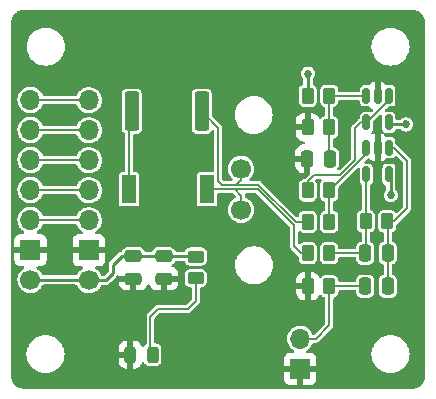
<source format=gtl>
G04 #@! TF.GenerationSoftware,KiCad,Pcbnew,(6.0.0-0)*
G04 #@! TF.CreationDate,2023-05-30T22:12:00-07:00*
G04 #@! TF.ProjectId,breakout,62726561-6b6f-4757-942e-6b696361645f,0.2.0*
G04 #@! TF.SameCoordinates,Original*
G04 #@! TF.FileFunction,Copper,L1,Top*
G04 #@! TF.FilePolarity,Positive*
%FSLAX46Y46*%
G04 Gerber Fmt 4.6, Leading zero omitted, Abs format (unit mm)*
G04 Created by KiCad (PCBNEW (6.0.0-0)) date 2023-05-30 22:12:00*
%MOMM*%
%LPD*%
G01*
G04 APERTURE LIST*
G04 Aperture macros list*
%AMRoundRect*
0 Rectangle with rounded corners*
0 $1 Rounding radius*
0 $2 $3 $4 $5 $6 $7 $8 $9 X,Y pos of 4 corners*
0 Add a 4 corners polygon primitive as box body*
4,1,4,$2,$3,$4,$5,$6,$7,$8,$9,$2,$3,0*
0 Add four circle primitives for the rounded corners*
1,1,$1+$1,$2,$3*
1,1,$1+$1,$4,$5*
1,1,$1+$1,$6,$7*
1,1,$1+$1,$8,$9*
0 Add four rect primitives between the rounded corners*
20,1,$1+$1,$2,$3,$4,$5,0*
20,1,$1+$1,$4,$5,$6,$7,0*
20,1,$1+$1,$6,$7,$8,$9,0*
20,1,$1+$1,$8,$9,$2,$3,0*%
G04 Aperture macros list end*
G04 #@! TA.AperFunction,SMDPad,CuDef*
%ADD10RoundRect,0.250000X0.250000X0.475000X-0.250000X0.475000X-0.250000X-0.475000X0.250000X-0.475000X0*%
G04 #@! TD*
G04 #@! TA.AperFunction,SMDPad,CuDef*
%ADD11RoundRect,0.243750X-0.243750X-0.456250X0.243750X-0.456250X0.243750X0.456250X-0.243750X0.456250X0*%
G04 #@! TD*
G04 #@! TA.AperFunction,SMDPad,CuDef*
%ADD12RoundRect,0.250000X0.262500X0.450000X-0.262500X0.450000X-0.262500X-0.450000X0.262500X-0.450000X0*%
G04 #@! TD*
G04 #@! TA.AperFunction,SMDPad,CuDef*
%ADD13RoundRect,0.150000X-0.150000X0.512500X-0.150000X-0.512500X0.150000X-0.512500X0.150000X0.512500X0*%
G04 #@! TD*
G04 #@! TA.AperFunction,ComponentPad*
%ADD14C,1.700000*%
G04 #@! TD*
G04 #@! TA.AperFunction,SMDPad,CuDef*
%ADD15RoundRect,0.250000X-0.450000X0.262500X-0.450000X-0.262500X0.450000X-0.262500X0.450000X0.262500X0*%
G04 #@! TD*
G04 #@! TA.AperFunction,SMDPad,CuDef*
%ADD16RoundRect,0.250000X-0.475000X0.250000X-0.475000X-0.250000X0.475000X-0.250000X0.475000X0.250000X0*%
G04 #@! TD*
G04 #@! TA.AperFunction,SMDPad,CuDef*
%ADD17RoundRect,0.250000X-0.262500X-0.450000X0.262500X-0.450000X0.262500X0.450000X-0.262500X0.450000X0*%
G04 #@! TD*
G04 #@! TA.AperFunction,SMDPad,CuDef*
%ADD18R,1.200000X2.400000*%
G04 #@! TD*
G04 #@! TA.AperFunction,ComponentPad*
%ADD19R,1.700000X1.700000*%
G04 #@! TD*
G04 #@! TA.AperFunction,ComponentPad*
%ADD20O,1.700000X1.700000*%
G04 #@! TD*
G04 #@! TA.AperFunction,SMDPad,CuDef*
%ADD21RoundRect,0.250000X-0.250000X-0.475000X0.250000X-0.475000X0.250000X0.475000X-0.250000X0.475000X0*%
G04 #@! TD*
G04 #@! TA.AperFunction,SMDPad,CuDef*
%ADD22RoundRect,0.250000X0.362500X1.425000X-0.362500X1.425000X-0.362500X-1.425000X0.362500X-1.425000X0*%
G04 #@! TD*
G04 #@! TA.AperFunction,ViaPad*
%ADD23C,0.685800*%
G04 #@! TD*
G04 #@! TA.AperFunction,Conductor*
%ADD24C,0.152400*%
G04 #@! TD*
G04 #@! TA.AperFunction,Conductor*
%ADD25C,0.254000*%
G04 #@! TD*
G04 APERTURE END LIST*
D10*
X171850000Y-113000000D03*
X169950000Y-113000000D03*
D11*
X150062500Y-118800000D03*
X151937500Y-118800000D03*
D12*
X166897500Y-99528333D03*
X165072500Y-99528333D03*
D13*
X171950000Y-96862500D03*
X171000000Y-96862500D03*
X170050000Y-96862500D03*
X170050000Y-99137500D03*
X171950000Y-99137500D03*
D14*
X159425400Y-103041200D03*
X159425400Y-106541200D03*
D15*
X155600000Y-110487500D03*
X155600000Y-112312500D03*
D13*
X171950000Y-101262500D03*
X171000000Y-101262500D03*
X170050000Y-101262500D03*
X170050000Y-103537500D03*
X171950000Y-103537500D03*
D16*
X150300000Y-110450000D03*
X150300000Y-112350000D03*
D17*
X169987500Y-107500000D03*
X171812500Y-107500000D03*
D18*
X156545400Y-104791200D03*
X149945400Y-104791200D03*
D16*
X152900000Y-112350000D03*
X152900000Y-110450000D03*
D10*
X166935000Y-102209999D03*
X165035000Y-102209999D03*
D19*
X164440000Y-119995000D03*
D20*
X164440000Y-117455000D03*
D17*
X165072500Y-107543331D03*
X166897500Y-107543331D03*
X165072500Y-96876667D03*
X166897500Y-96876667D03*
D21*
X169950000Y-110200000D03*
X171850000Y-110200000D03*
D14*
X146545400Y-112491200D03*
D19*
X146545400Y-109951200D03*
D20*
X146545400Y-107411200D03*
X146545400Y-104871200D03*
X146545400Y-102331200D03*
X146545400Y-99791200D03*
X146545400Y-97251200D03*
D12*
X166912500Y-113000000D03*
X165087500Y-113000000D03*
D22*
X156107900Y-98191200D03*
X150182900Y-98191200D03*
D14*
X141605400Y-112471200D03*
D19*
X141605400Y-109931200D03*
D20*
X141605400Y-107391200D03*
X141605400Y-104851200D03*
X141605400Y-102311200D03*
X141605400Y-99771200D03*
X141605400Y-97231200D03*
D12*
X166897500Y-104891665D03*
X165072500Y-104891665D03*
D17*
X165072500Y-110194997D03*
X166897500Y-110194997D03*
D23*
X159400000Y-108600000D03*
X168500000Y-98300000D03*
X168275000Y-90805000D03*
X146685000Y-90805000D03*
X159400000Y-101200000D03*
X168275000Y-118745000D03*
X157480000Y-93980000D03*
X146685000Y-118745000D03*
X173400000Y-99300000D03*
X172100000Y-105300000D03*
X165100000Y-95000000D03*
D24*
X151937500Y-118800000D02*
X151765000Y-118627500D01*
X151765000Y-115570000D02*
X152400000Y-114935000D01*
X151765000Y-118627500D02*
X151765000Y-115570000D01*
X152400000Y-114935000D02*
X154940000Y-114935000D01*
X154940000Y-114935000D02*
X155600000Y-114275000D01*
X155600000Y-114275000D02*
X155600000Y-112312500D01*
X164440000Y-117455000D02*
X165755000Y-117455000D01*
X165755000Y-117455000D02*
X166912500Y-116297500D01*
X166912500Y-116297500D02*
X166912500Y-113000000D01*
X169950000Y-113000000D02*
X166912500Y-113000000D01*
D25*
X152900000Y-110450000D02*
X155562500Y-110450000D01*
X155562500Y-110450000D02*
X155600000Y-110487500D01*
X150300000Y-110450000D02*
X152900000Y-110450000D01*
X146545400Y-112491200D02*
X148008800Y-112491200D01*
X148008800Y-112491200D02*
X148600000Y-111900000D01*
X148600000Y-111900000D02*
X148600000Y-111200000D01*
X148600000Y-111200000D02*
X149350000Y-110450000D01*
X149350000Y-110450000D02*
X150300000Y-110450000D01*
D24*
X171850000Y-113000000D02*
X171850000Y-110200000D01*
X169950000Y-110200000D02*
X169987500Y-110162500D01*
X169987500Y-110162500D02*
X169987500Y-107500000D01*
X166897500Y-110194997D02*
X169944997Y-110194997D01*
X169987500Y-103600000D02*
X170050000Y-103537500D01*
X169987500Y-107500000D02*
X169987500Y-103600000D01*
X169944997Y-110194997D02*
X169950000Y-110200000D01*
D25*
X165100000Y-95000000D02*
X165100000Y-96849167D01*
X172100000Y-105300000D02*
X172100000Y-103687500D01*
X172112500Y-99300000D02*
X171950000Y-99137500D01*
X173400000Y-99300000D02*
X172112500Y-99300000D01*
X165100000Y-96849167D02*
X165072500Y-96876667D01*
X172100000Y-103687500D02*
X171950000Y-103537500D01*
X146525400Y-112471200D02*
X146545400Y-112491200D01*
X141605400Y-112471200D02*
X146525400Y-112471200D01*
D24*
X160900000Y-104400000D02*
X164043331Y-107543331D01*
X159000000Y-104400000D02*
X157800000Y-104400000D01*
X159425400Y-103974600D02*
X159000000Y-104400000D01*
X159425400Y-103041200D02*
X159425400Y-103974600D01*
X157800000Y-104400000D02*
X157500000Y-104100000D01*
X157500000Y-104100000D02*
X157500000Y-99583300D01*
X159000000Y-104400000D02*
X160900000Y-104400000D01*
X164043331Y-107543331D02*
X165072500Y-107543331D01*
X157500000Y-99583300D02*
X156107900Y-98191200D01*
X158891200Y-104791200D02*
X159425400Y-105325400D01*
X156545400Y-104791200D02*
X158891200Y-104791200D01*
X158891200Y-104791200D02*
X158900000Y-104800000D01*
X158900000Y-104800000D02*
X160869626Y-104800000D01*
X159425400Y-105325400D02*
X159425400Y-106541200D01*
X164494997Y-110194997D02*
X165072500Y-110194997D01*
X163900000Y-109600000D02*
X164494997Y-110194997D01*
X160869626Y-104800000D02*
X163900000Y-107830374D01*
X163900000Y-107830374D02*
X163900000Y-109600000D01*
X141605400Y-107391200D02*
X146525400Y-107391200D01*
X146525400Y-107391200D02*
X146545400Y-107411200D01*
X146525400Y-104851200D02*
X146545400Y-104871200D01*
X141605400Y-104851200D02*
X146525400Y-104851200D01*
X146525400Y-102311200D02*
X146545400Y-102331200D01*
X141605400Y-102311200D02*
X146525400Y-102311200D01*
X146525400Y-99771200D02*
X146545400Y-99791200D01*
X141605400Y-99771200D02*
X146525400Y-99771200D01*
X141605400Y-97231200D02*
X146525400Y-97231200D01*
X146525400Y-97231200D02*
X146545400Y-97251200D01*
X166897500Y-107543331D02*
X166897500Y-104891665D01*
X166938709Y-104891665D02*
X170050000Y-101780374D01*
X170050000Y-101780374D02*
X170050000Y-101262500D01*
X166897500Y-96876667D02*
X170035833Y-96876667D01*
X166897500Y-96876667D02*
X166897500Y-98102500D01*
X170035833Y-96876667D02*
X170050000Y-96862500D01*
X166897500Y-102172499D02*
X166935000Y-102209999D01*
X166897500Y-98102500D02*
X166897500Y-99528333D01*
X166897500Y-99528333D02*
X166897500Y-102172499D01*
X169562500Y-99137500D02*
X170050000Y-99137500D01*
X169100000Y-99600000D02*
X169562500Y-99137500D01*
X170050000Y-99137500D02*
X170065926Y-99137500D01*
X170065926Y-99137500D02*
X171950000Y-97253426D01*
X171950000Y-97253426D02*
X171950000Y-96862500D01*
X167800000Y-103600000D02*
X169100000Y-102300000D01*
X165072500Y-104891665D02*
X165072500Y-104127500D01*
X165600000Y-103600000D02*
X167800000Y-103600000D01*
X165072500Y-104127500D02*
X165600000Y-103600000D01*
X169100000Y-102300000D02*
X169100000Y-99600000D01*
X173500000Y-106400000D02*
X173500000Y-102400000D01*
X172362500Y-101262500D02*
X171950000Y-101262500D01*
X173500000Y-102400000D02*
X172362500Y-101262500D01*
X172400000Y-107500000D02*
X173500000Y-106400000D01*
X171812500Y-107500000D02*
X172400000Y-107500000D01*
X171850000Y-107537500D02*
X171812500Y-107500000D01*
X171850000Y-110200000D02*
X171850000Y-107537500D01*
X149945400Y-98428700D02*
X150182900Y-98191200D01*
X149945400Y-104791200D02*
X149945400Y-98428700D01*
G04 #@! TA.AperFunction,Conductor*
G36*
X173977153Y-89604595D02*
G01*
X173990000Y-89607150D01*
X174002172Y-89604729D01*
X174013699Y-89604729D01*
X174024681Y-89605208D01*
X174155449Y-89616649D01*
X174177070Y-89620461D01*
X174326848Y-89660594D01*
X174347484Y-89668105D01*
X174488010Y-89733634D01*
X174507030Y-89744616D01*
X174634046Y-89833553D01*
X174650871Y-89847671D01*
X174760503Y-89957303D01*
X174774621Y-89974128D01*
X174863558Y-90101144D01*
X174874540Y-90120164D01*
X174940069Y-90260690D01*
X174947580Y-90281326D01*
X174987713Y-90431104D01*
X174991526Y-90452728D01*
X175002966Y-90583494D01*
X175003445Y-90594475D01*
X175003445Y-90606002D01*
X175001024Y-90618174D01*
X175003445Y-90630344D01*
X175003579Y-90631018D01*
X175006000Y-90655599D01*
X175006000Y-120612574D01*
X175003579Y-120637152D01*
X175001024Y-120649999D01*
X175003445Y-120662171D01*
X175003445Y-120673698D01*
X175002966Y-120684679D01*
X174991526Y-120815445D01*
X174987713Y-120837069D01*
X174958163Y-120947352D01*
X174947581Y-120986845D01*
X174940069Y-121007483D01*
X174874540Y-121148009D01*
X174863558Y-121167029D01*
X174774621Y-121294045D01*
X174760503Y-121310870D01*
X174650871Y-121420502D01*
X174634046Y-121434620D01*
X174507030Y-121523557D01*
X174488010Y-121534539D01*
X174347484Y-121600068D01*
X174326848Y-121607579D01*
X174177070Y-121647712D01*
X174155449Y-121651524D01*
X174046878Y-121661023D01*
X174024680Y-121662965D01*
X174013699Y-121663444D01*
X174002172Y-121663444D01*
X173990000Y-121661023D01*
X173977153Y-121663578D01*
X173952575Y-121665999D01*
X156210383Y-121666000D01*
X141032825Y-121666000D01*
X141008247Y-121663579D01*
X140995400Y-121661024D01*
X140983228Y-121663445D01*
X140971701Y-121663445D01*
X140960720Y-121662966D01*
X140938522Y-121661024D01*
X140829951Y-121651525D01*
X140808330Y-121647713D01*
X140658552Y-121607580D01*
X140637916Y-121600069D01*
X140497390Y-121534540D01*
X140478370Y-121523558D01*
X140351354Y-121434621D01*
X140334529Y-121420503D01*
X140224897Y-121310871D01*
X140210779Y-121294046D01*
X140121842Y-121167030D01*
X140110860Y-121148010D01*
X140045331Y-121007484D01*
X140037819Y-120986846D01*
X140031324Y-120962606D01*
X140011781Y-120889669D01*
X163082001Y-120889669D01*
X163082371Y-120896490D01*
X163087895Y-120947352D01*
X163091521Y-120962604D01*
X163136676Y-121083054D01*
X163145214Y-121098649D01*
X163221715Y-121200724D01*
X163234276Y-121213285D01*
X163336351Y-121289786D01*
X163351946Y-121298324D01*
X163472394Y-121343478D01*
X163487649Y-121347105D01*
X163538514Y-121352631D01*
X163545328Y-121353000D01*
X164167885Y-121353000D01*
X164183124Y-121348525D01*
X164184329Y-121347135D01*
X164186000Y-121339452D01*
X164186000Y-121334884D01*
X164694000Y-121334884D01*
X164698475Y-121350123D01*
X164699865Y-121351328D01*
X164707548Y-121352999D01*
X165334669Y-121352999D01*
X165341490Y-121352629D01*
X165392352Y-121347105D01*
X165407604Y-121343479D01*
X165528054Y-121298324D01*
X165543649Y-121289786D01*
X165645724Y-121213285D01*
X165658285Y-121200724D01*
X165734786Y-121098649D01*
X165743324Y-121083054D01*
X165788478Y-120962606D01*
X165792105Y-120947351D01*
X165797631Y-120896486D01*
X165798000Y-120889672D01*
X165798000Y-120267115D01*
X165793525Y-120251876D01*
X165792135Y-120250671D01*
X165784452Y-120249000D01*
X164712115Y-120249000D01*
X164696876Y-120253475D01*
X164695671Y-120254865D01*
X164694000Y-120262548D01*
X164694000Y-121334884D01*
X164186000Y-121334884D01*
X164186000Y-120267115D01*
X164181525Y-120251876D01*
X164180135Y-120250671D01*
X164172452Y-120249000D01*
X163100116Y-120249000D01*
X163084877Y-120253475D01*
X163083672Y-120254865D01*
X163082001Y-120262548D01*
X163082001Y-120889669D01*
X140011781Y-120889669D01*
X139997687Y-120837070D01*
X139993874Y-120815446D01*
X139982434Y-120684680D01*
X139981955Y-120673699D01*
X139981955Y-120662172D01*
X139984376Y-120650000D01*
X139981821Y-120637153D01*
X139979400Y-120612575D01*
X139979400Y-118745000D01*
X141265539Y-118745000D01*
X141285354Y-118996775D01*
X141286508Y-119001582D01*
X141286509Y-119001588D01*
X141308578Y-119093510D01*
X141344312Y-119242351D01*
X141346205Y-119246922D01*
X141346206Y-119246924D01*
X141428840Y-119446419D01*
X141440960Y-119475680D01*
X141572919Y-119691017D01*
X141736939Y-119883061D01*
X141928983Y-120047081D01*
X142144320Y-120179040D01*
X142148890Y-120180933D01*
X142148894Y-120180935D01*
X142373076Y-120273794D01*
X142377649Y-120275688D01*
X142463865Y-120296387D01*
X142618412Y-120333491D01*
X142618418Y-120333492D01*
X142623225Y-120334646D01*
X142711253Y-120341574D01*
X142809507Y-120349307D01*
X142809516Y-120349307D01*
X142811964Y-120349500D01*
X142938036Y-120349500D01*
X142940484Y-120349307D01*
X142940493Y-120349307D01*
X143038747Y-120341574D01*
X143126775Y-120334646D01*
X143131582Y-120333492D01*
X143131588Y-120333491D01*
X143286135Y-120296387D01*
X143372351Y-120275688D01*
X143376924Y-120273794D01*
X143601106Y-120180935D01*
X143601110Y-120180933D01*
X143605680Y-120179040D01*
X143821017Y-120047081D01*
X144013061Y-119883061D01*
X144177081Y-119691017D01*
X144309040Y-119475680D01*
X144321161Y-119446419D01*
X144380594Y-119302933D01*
X149067001Y-119302933D01*
X149067338Y-119309452D01*
X149077166Y-119404170D01*
X149080058Y-119417564D01*
X149131036Y-119570365D01*
X149137210Y-119583543D01*
X149221744Y-119720149D01*
X149230780Y-119731550D01*
X149344479Y-119845051D01*
X149355890Y-119854063D01*
X149492654Y-119938365D01*
X149505832Y-119944509D01*
X149658740Y-119995227D01*
X149672106Y-119998093D01*
X149765601Y-120007672D01*
X149772016Y-120008000D01*
X149790385Y-120008000D01*
X149805624Y-120003525D01*
X149806829Y-120002135D01*
X149808500Y-119994452D01*
X149808500Y-119989884D01*
X150316500Y-119989884D01*
X150320975Y-120005123D01*
X150322365Y-120006328D01*
X150330048Y-120007999D01*
X150352933Y-120007999D01*
X150359452Y-120007662D01*
X150454170Y-119997834D01*
X150467564Y-119994942D01*
X150620365Y-119943964D01*
X150633543Y-119937790D01*
X150770149Y-119853256D01*
X150781550Y-119844220D01*
X150895051Y-119730521D01*
X150904063Y-119719110D01*
X150988365Y-119582346D01*
X150994509Y-119569169D01*
X151015866Y-119504779D01*
X151056296Y-119446419D01*
X151121860Y-119419182D01*
X151191742Y-119431715D01*
X151245980Y-119483939D01*
X151249065Y-119489574D01*
X151252217Y-119497982D01*
X151337811Y-119612189D01*
X151344992Y-119617571D01*
X151437364Y-119686800D01*
X151452018Y-119697783D01*
X151460426Y-119700935D01*
X151578260Y-119745108D01*
X151578262Y-119745109D01*
X151585658Y-119747881D01*
X151646585Y-119754500D01*
X151937457Y-119754500D01*
X152228414Y-119754499D01*
X152231808Y-119754130D01*
X152231814Y-119754130D01*
X152281483Y-119748735D01*
X152281486Y-119748734D01*
X152289342Y-119747881D01*
X152312156Y-119739329D01*
X152356021Y-119722885D01*
X163082000Y-119722885D01*
X163086475Y-119738124D01*
X163087865Y-119739329D01*
X163095548Y-119741000D01*
X165779884Y-119741000D01*
X165795123Y-119736525D01*
X165796328Y-119735135D01*
X165797999Y-119727452D01*
X165797999Y-119100331D01*
X165797629Y-119093510D01*
X165792105Y-119042648D01*
X165788479Y-119027396D01*
X165743324Y-118906946D01*
X165734786Y-118891351D01*
X165658285Y-118789276D01*
X165645724Y-118776715D01*
X165603407Y-118745000D01*
X170475539Y-118745000D01*
X170495354Y-118996775D01*
X170496508Y-119001582D01*
X170496509Y-119001588D01*
X170518578Y-119093510D01*
X170554312Y-119242351D01*
X170556205Y-119246922D01*
X170556206Y-119246924D01*
X170638840Y-119446419D01*
X170650960Y-119475680D01*
X170782919Y-119691017D01*
X170946939Y-119883061D01*
X171138983Y-120047081D01*
X171354320Y-120179040D01*
X171358890Y-120180933D01*
X171358894Y-120180935D01*
X171583076Y-120273794D01*
X171587649Y-120275688D01*
X171673865Y-120296387D01*
X171828412Y-120333491D01*
X171828418Y-120333492D01*
X171833225Y-120334646D01*
X171921253Y-120341574D01*
X172019507Y-120349307D01*
X172019516Y-120349307D01*
X172021964Y-120349500D01*
X172148036Y-120349500D01*
X172150484Y-120349307D01*
X172150493Y-120349307D01*
X172248747Y-120341574D01*
X172336775Y-120334646D01*
X172341582Y-120333492D01*
X172341588Y-120333491D01*
X172496135Y-120296387D01*
X172582351Y-120275688D01*
X172586924Y-120273794D01*
X172811106Y-120180935D01*
X172811110Y-120180933D01*
X172815680Y-120179040D01*
X173031017Y-120047081D01*
X173223061Y-119883061D01*
X173387081Y-119691017D01*
X173519040Y-119475680D01*
X173531161Y-119446419D01*
X173613794Y-119246924D01*
X173613795Y-119246922D01*
X173615688Y-119242351D01*
X173651422Y-119093510D01*
X173673491Y-119001588D01*
X173673492Y-119001582D01*
X173674646Y-118996775D01*
X173694461Y-118745000D01*
X173674646Y-118493225D01*
X173673492Y-118488418D01*
X173673491Y-118488412D01*
X173627437Y-118296586D01*
X173615688Y-118247649D01*
X173613775Y-118243031D01*
X173520935Y-118018894D01*
X173520933Y-118018890D01*
X173519040Y-118014320D01*
X173387081Y-117798983D01*
X173223061Y-117606939D01*
X173031017Y-117442919D01*
X172815680Y-117310960D01*
X172811110Y-117309067D01*
X172811106Y-117309065D01*
X172586924Y-117216206D01*
X172586922Y-117216205D01*
X172582351Y-117214312D01*
X172496135Y-117193613D01*
X172341588Y-117156509D01*
X172341582Y-117156508D01*
X172336775Y-117155354D01*
X172248747Y-117148426D01*
X172150493Y-117140693D01*
X172150484Y-117140693D01*
X172148036Y-117140500D01*
X172021964Y-117140500D01*
X172019516Y-117140693D01*
X172019507Y-117140693D01*
X171921253Y-117148426D01*
X171833225Y-117155354D01*
X171828418Y-117156508D01*
X171828412Y-117156509D01*
X171673865Y-117193613D01*
X171587649Y-117214312D01*
X171583078Y-117216205D01*
X171583076Y-117216206D01*
X171358894Y-117309065D01*
X171358890Y-117309067D01*
X171354320Y-117310960D01*
X171138983Y-117442919D01*
X170946939Y-117606939D01*
X170782919Y-117798983D01*
X170650960Y-118014320D01*
X170649067Y-118018890D01*
X170649065Y-118018894D01*
X170556225Y-118243031D01*
X170554312Y-118247649D01*
X170542563Y-118296586D01*
X170496509Y-118488412D01*
X170496508Y-118488418D01*
X170495354Y-118493225D01*
X170475539Y-118745000D01*
X165603407Y-118745000D01*
X165543649Y-118700214D01*
X165528054Y-118691676D01*
X165407606Y-118646522D01*
X165392351Y-118642895D01*
X165341486Y-118637369D01*
X165334672Y-118637000D01*
X165072846Y-118637000D01*
X165004725Y-118616998D01*
X164958232Y-118563342D01*
X164948128Y-118493068D01*
X164977622Y-118428488D01*
X165011275Y-118401069D01*
X165068276Y-118369147D01*
X165130934Y-118317035D01*
X165219913Y-118243031D01*
X165224345Y-118239345D01*
X165259475Y-118197106D01*
X165350453Y-118087718D01*
X165350455Y-118087715D01*
X165354147Y-118083276D01*
X165445256Y-117920590D01*
X165450510Y-117911208D01*
X165450511Y-117911206D01*
X165453334Y-117906165D01*
X165465204Y-117871197D01*
X165506039Y-117813123D01*
X165571792Y-117786344D01*
X165584516Y-117785700D01*
X165735051Y-117785700D01*
X165746032Y-117786179D01*
X165773291Y-117788564D01*
X165773292Y-117788564D01*
X165784267Y-117789524D01*
X165821339Y-117779591D01*
X165832053Y-117777216D01*
X165847900Y-117774422D01*
X165858997Y-117772465D01*
X165858998Y-117772465D01*
X165869851Y-117770551D01*
X165879396Y-117765040D01*
X165882889Y-117763769D01*
X165886267Y-117762194D01*
X165896916Y-117759340D01*
X165905947Y-117753016D01*
X165905950Y-117753015D01*
X165928355Y-117737327D01*
X165937624Y-117731422D01*
X165939017Y-117730618D01*
X165970849Y-117712239D01*
X165977933Y-117703796D01*
X165977936Y-117703794D01*
X165995522Y-117682836D01*
X166002948Y-117674732D01*
X167132232Y-116545448D01*
X167140336Y-116538022D01*
X167161294Y-116520436D01*
X167161296Y-116520433D01*
X167169739Y-116513349D01*
X167188922Y-116480124D01*
X167194827Y-116470855D01*
X167210515Y-116448450D01*
X167210516Y-116448447D01*
X167216840Y-116439416D01*
X167219694Y-116428767D01*
X167221269Y-116425389D01*
X167222540Y-116421896D01*
X167228051Y-116412351D01*
X167234716Y-116374553D01*
X167237091Y-116363839D01*
X167247024Y-116326767D01*
X167243679Y-116288532D01*
X167243200Y-116277551D01*
X167243200Y-114050589D01*
X167263202Y-113982468D01*
X167316858Y-113935975D01*
X167324971Y-113932607D01*
X167367432Y-113916689D01*
X167419764Y-113897071D01*
X167426943Y-113891691D01*
X167426946Y-113891689D01*
X167528224Y-113815785D01*
X167535404Y-113810404D01*
X167573575Y-113759472D01*
X167616689Y-113701946D01*
X167616691Y-113701943D01*
X167622071Y-113694764D01*
X167660654Y-113591843D01*
X167670026Y-113566843D01*
X167670026Y-113566841D01*
X167672798Y-113559448D01*
X167674050Y-113547928D01*
X167679131Y-113501153D01*
X167679131Y-113501152D01*
X167679500Y-113497756D01*
X167679500Y-113456700D01*
X167699502Y-113388579D01*
X167753158Y-113342086D01*
X167805500Y-113330700D01*
X169069500Y-113330700D01*
X169137621Y-113350702D01*
X169184114Y-113404358D01*
X169195500Y-113456700D01*
X169195500Y-113522756D01*
X169202202Y-113584448D01*
X169204974Y-113591841D01*
X169204974Y-113591843D01*
X169219296Y-113630046D01*
X169252929Y-113719764D01*
X169258309Y-113726943D01*
X169258311Y-113726946D01*
X169320860Y-113810404D01*
X169339596Y-113835404D01*
X169346776Y-113840785D01*
X169448054Y-113916689D01*
X169448057Y-113916691D01*
X169455236Y-113922071D01*
X169523864Y-113947798D01*
X169583157Y-113970026D01*
X169583159Y-113970026D01*
X169590552Y-113972798D01*
X169598402Y-113973651D01*
X169598403Y-113973651D01*
X169613104Y-113975248D01*
X169652244Y-113979500D01*
X170247756Y-113979500D01*
X170286896Y-113975248D01*
X170301597Y-113973651D01*
X170301598Y-113973651D01*
X170309448Y-113972798D01*
X170316841Y-113970026D01*
X170316843Y-113970026D01*
X170376136Y-113947798D01*
X170444764Y-113922071D01*
X170451943Y-113916691D01*
X170451946Y-113916689D01*
X170553224Y-113840785D01*
X170560404Y-113835404D01*
X170579140Y-113810404D01*
X170641689Y-113726946D01*
X170641691Y-113726943D01*
X170647071Y-113719764D01*
X170680704Y-113630046D01*
X170695026Y-113591843D01*
X170695026Y-113591841D01*
X170697798Y-113584448D01*
X170704500Y-113522756D01*
X170704500Y-112477244D01*
X170697798Y-112415552D01*
X170647071Y-112280236D01*
X170641691Y-112273057D01*
X170641689Y-112273054D01*
X170565785Y-112171776D01*
X170560404Y-112164596D01*
X170531746Y-112143118D01*
X170451946Y-112083311D01*
X170451943Y-112083309D01*
X170444764Y-112077929D01*
X170353486Y-112043711D01*
X170316843Y-112029974D01*
X170316841Y-112029974D01*
X170309448Y-112027202D01*
X170301598Y-112026349D01*
X170301597Y-112026349D01*
X170251153Y-112020869D01*
X170251152Y-112020869D01*
X170247756Y-112020500D01*
X169652244Y-112020500D01*
X169648848Y-112020869D01*
X169648847Y-112020869D01*
X169598403Y-112026349D01*
X169598402Y-112026349D01*
X169590552Y-112027202D01*
X169583159Y-112029974D01*
X169583157Y-112029974D01*
X169546514Y-112043711D01*
X169455236Y-112077929D01*
X169448057Y-112083309D01*
X169448054Y-112083311D01*
X169368254Y-112143118D01*
X169339596Y-112164596D01*
X169334215Y-112171776D01*
X169258311Y-112273054D01*
X169258309Y-112273057D01*
X169252929Y-112280236D01*
X169202202Y-112415552D01*
X169195500Y-112477244D01*
X169195500Y-112543300D01*
X169175498Y-112611421D01*
X169121842Y-112657914D01*
X169069500Y-112669300D01*
X167805500Y-112669300D01*
X167737379Y-112649298D01*
X167690886Y-112595642D01*
X167679500Y-112543300D01*
X167679500Y-112502244D01*
X167672798Y-112440552D01*
X167622071Y-112305236D01*
X167616691Y-112298057D01*
X167616689Y-112298054D01*
X167540785Y-112196776D01*
X167535404Y-112189596D01*
X167507122Y-112168400D01*
X167426946Y-112108311D01*
X167426943Y-112108309D01*
X167419764Y-112102929D01*
X167323162Y-112066715D01*
X167291843Y-112054974D01*
X167291841Y-112054974D01*
X167284448Y-112052202D01*
X167276598Y-112051349D01*
X167276597Y-112051349D01*
X167226153Y-112045869D01*
X167226152Y-112045869D01*
X167222756Y-112045500D01*
X166602244Y-112045500D01*
X166598848Y-112045869D01*
X166598847Y-112045869D01*
X166548403Y-112051349D01*
X166548402Y-112051349D01*
X166540552Y-112052202D01*
X166533159Y-112054974D01*
X166533157Y-112054974D01*
X166501838Y-112066715D01*
X166405236Y-112102929D01*
X166398057Y-112108309D01*
X166398054Y-112108311D01*
X166317878Y-112168400D01*
X166289596Y-112189596D01*
X166251411Y-112240546D01*
X166194554Y-112283059D01*
X166123736Y-112288085D01*
X166061442Y-112254025D01*
X166041713Y-112225885D01*
X166041094Y-112226268D01*
X165951937Y-112082193D01*
X165942901Y-112070792D01*
X165828171Y-111956261D01*
X165816760Y-111947249D01*
X165678757Y-111862184D01*
X165665576Y-111856037D01*
X165511290Y-111804862D01*
X165497914Y-111801995D01*
X165403562Y-111792328D01*
X165397145Y-111792000D01*
X165359615Y-111792000D01*
X165344376Y-111796475D01*
X165343171Y-111797865D01*
X165341500Y-111805548D01*
X165341500Y-114189884D01*
X165345975Y-114205123D01*
X165347365Y-114206328D01*
X165355048Y-114207999D01*
X165397095Y-114207999D01*
X165403614Y-114207662D01*
X165499206Y-114197743D01*
X165512600Y-114194851D01*
X165666784Y-114143412D01*
X165679962Y-114137239D01*
X165817807Y-114051937D01*
X165829208Y-114042901D01*
X165943739Y-113928171D01*
X165952751Y-113916760D01*
X166041658Y-113772525D01*
X166043536Y-113773683D01*
X166083332Y-113728495D01*
X166151611Y-113709041D01*
X166219569Y-113729590D01*
X166251422Y-113759468D01*
X166289596Y-113810404D01*
X166296776Y-113815785D01*
X166398054Y-113891689D01*
X166398057Y-113891691D01*
X166405236Y-113897071D01*
X166457568Y-113916689D01*
X166500029Y-113932607D01*
X166556794Y-113975248D01*
X166581494Y-114041810D01*
X166581800Y-114050589D01*
X166581800Y-116108330D01*
X166561798Y-116176451D01*
X166544895Y-116197425D01*
X165669008Y-117073312D01*
X165606696Y-117107338D01*
X165535881Y-117102273D01*
X165479045Y-117059726D01*
X165466907Y-117039945D01*
X165388331Y-116880609D01*
X165385776Y-116875428D01*
X165264320Y-116712779D01*
X165115258Y-116574987D01*
X165110375Y-116571906D01*
X165110371Y-116571903D01*
X164948464Y-116469748D01*
X164943581Y-116466667D01*
X164755039Y-116391446D01*
X164749379Y-116390320D01*
X164749375Y-116390319D01*
X164561613Y-116352971D01*
X164561610Y-116352971D01*
X164555946Y-116351844D01*
X164550171Y-116351768D01*
X164550167Y-116351768D01*
X164448793Y-116350441D01*
X164352971Y-116349187D01*
X164347274Y-116350166D01*
X164347273Y-116350166D01*
X164205327Y-116374557D01*
X164152910Y-116383564D01*
X163962463Y-116453824D01*
X163788010Y-116557612D01*
X163783670Y-116561418D01*
X163783666Y-116561421D01*
X163763723Y-116578911D01*
X163635392Y-116691455D01*
X163509720Y-116850869D01*
X163507031Y-116855980D01*
X163507029Y-116855983D01*
X163494073Y-116880609D01*
X163415203Y-117030515D01*
X163355007Y-117224378D01*
X163331148Y-117425964D01*
X163344424Y-117628522D01*
X163345845Y-117634118D01*
X163345846Y-117634123D01*
X163376533Y-117754949D01*
X163394392Y-117825269D01*
X163396809Y-117830512D01*
X163453413Y-117953295D01*
X163479377Y-118009616D01*
X163596533Y-118175389D01*
X163741938Y-118317035D01*
X163746742Y-118320245D01*
X163875436Y-118406236D01*
X163920964Y-118460713D01*
X163929812Y-118531156D01*
X163899170Y-118595200D01*
X163838768Y-118632512D01*
X163805434Y-118637001D01*
X163545331Y-118637001D01*
X163538510Y-118637371D01*
X163487648Y-118642895D01*
X163472396Y-118646521D01*
X163351946Y-118691676D01*
X163336351Y-118700214D01*
X163234276Y-118776715D01*
X163221715Y-118789276D01*
X163145214Y-118891351D01*
X163136676Y-118906946D01*
X163091522Y-119027394D01*
X163087895Y-119042649D01*
X163082369Y-119093514D01*
X163082000Y-119100328D01*
X163082000Y-119722885D01*
X152356021Y-119722885D01*
X152414574Y-119700935D01*
X152422982Y-119697783D01*
X152437637Y-119686800D01*
X152530008Y-119617571D01*
X152537189Y-119612189D01*
X152622783Y-119497982D01*
X152628047Y-119483939D01*
X152670108Y-119371740D01*
X152670109Y-119371738D01*
X152672881Y-119364342D01*
X152679500Y-119303415D01*
X152679499Y-118296586D01*
X152674706Y-118252461D01*
X152673735Y-118243517D01*
X152673734Y-118243514D01*
X152672881Y-118235658D01*
X152652484Y-118181246D01*
X152625935Y-118110426D01*
X152622783Y-118102018D01*
X152537189Y-117987811D01*
X152422982Y-117902217D01*
X152366091Y-117880890D01*
X152296740Y-117854892D01*
X152296738Y-117854891D01*
X152289342Y-117852119D01*
X152228415Y-117845500D01*
X152221700Y-117845500D01*
X152153579Y-117825498D01*
X152107086Y-117771842D01*
X152095700Y-117719500D01*
X152095700Y-115759171D01*
X152115702Y-115691050D01*
X152132605Y-115670075D01*
X152500077Y-115302604D01*
X152562389Y-115268579D01*
X152589172Y-115265700D01*
X154920051Y-115265700D01*
X154931032Y-115266179D01*
X154958291Y-115268564D01*
X154958292Y-115268564D01*
X154969267Y-115269524D01*
X155006339Y-115259591D01*
X155017053Y-115257216D01*
X155032900Y-115254422D01*
X155043997Y-115252465D01*
X155043998Y-115252465D01*
X155054851Y-115250551D01*
X155064396Y-115245040D01*
X155067889Y-115243769D01*
X155071267Y-115242194D01*
X155081916Y-115239340D01*
X155090947Y-115233016D01*
X155090950Y-115233015D01*
X155113355Y-115217327D01*
X155122624Y-115211422D01*
X155124017Y-115210618D01*
X155155849Y-115192239D01*
X155162933Y-115183796D01*
X155162936Y-115183794D01*
X155180522Y-115162836D01*
X155187948Y-115154732D01*
X155819732Y-114522948D01*
X155827836Y-114515522D01*
X155848794Y-114497936D01*
X155848796Y-114497933D01*
X155857239Y-114490849D01*
X155876422Y-114457624D01*
X155882327Y-114448355D01*
X155898015Y-114425950D01*
X155898016Y-114425947D01*
X155904340Y-114416916D01*
X155907194Y-114406267D01*
X155908769Y-114402889D01*
X155910040Y-114399396D01*
X155915551Y-114389851D01*
X155922216Y-114352053D01*
X155924591Y-114341339D01*
X155934524Y-114304267D01*
X155931179Y-114266032D01*
X155930700Y-114255051D01*
X155930700Y-113497095D01*
X164067001Y-113497095D01*
X164067338Y-113503614D01*
X164077257Y-113599206D01*
X164080149Y-113612600D01*
X164131588Y-113766784D01*
X164137761Y-113779962D01*
X164223063Y-113917807D01*
X164232099Y-113929208D01*
X164346829Y-114043739D01*
X164358240Y-114052751D01*
X164496243Y-114137816D01*
X164509424Y-114143963D01*
X164663710Y-114195138D01*
X164677086Y-114198005D01*
X164771438Y-114207672D01*
X164777854Y-114208000D01*
X164815385Y-114208000D01*
X164830624Y-114203525D01*
X164831829Y-114202135D01*
X164833500Y-114194452D01*
X164833500Y-113272115D01*
X164829025Y-113256876D01*
X164827635Y-113255671D01*
X164819952Y-113254000D01*
X164085116Y-113254000D01*
X164069877Y-113258475D01*
X164068672Y-113259865D01*
X164067001Y-113267548D01*
X164067001Y-113497095D01*
X155930700Y-113497095D01*
X155930700Y-113205500D01*
X155950702Y-113137379D01*
X156004358Y-113090886D01*
X156056700Y-113079500D01*
X156097756Y-113079500D01*
X156101153Y-113079131D01*
X156151597Y-113073651D01*
X156151598Y-113073651D01*
X156159448Y-113072798D01*
X156166841Y-113070026D01*
X156166843Y-113070026D01*
X156231423Y-113045816D01*
X156294764Y-113022071D01*
X156301943Y-113016691D01*
X156301946Y-113016689D01*
X156403224Y-112940785D01*
X156410404Y-112935404D01*
X156456907Y-112873355D01*
X156491689Y-112826946D01*
X156491691Y-112826943D01*
X156497071Y-112819764D01*
X156547798Y-112684448D01*
X156554500Y-112622756D01*
X156554500Y-112002244D01*
X156547798Y-111940552D01*
X156535221Y-111907001D01*
X156518550Y-111862532D01*
X156497071Y-111805236D01*
X156491691Y-111798057D01*
X156491689Y-111798054D01*
X156415785Y-111696776D01*
X156410404Y-111689596D01*
X156389977Y-111674287D01*
X156301946Y-111608311D01*
X156301943Y-111608309D01*
X156294764Y-111602929D01*
X156205046Y-111569296D01*
X156166843Y-111554974D01*
X156166841Y-111554974D01*
X156159448Y-111552202D01*
X156151598Y-111551349D01*
X156151597Y-111551349D01*
X156101153Y-111545869D01*
X156101152Y-111545869D01*
X156097756Y-111545500D01*
X155102244Y-111545500D01*
X155098848Y-111545869D01*
X155098847Y-111545869D01*
X155048403Y-111551349D01*
X155048402Y-111551349D01*
X155040552Y-111552202D01*
X155033159Y-111554974D01*
X155033157Y-111554974D01*
X154994954Y-111569296D01*
X154905236Y-111602929D01*
X154898057Y-111608309D01*
X154898054Y-111608311D01*
X154810023Y-111674287D01*
X154789596Y-111689596D01*
X154784215Y-111696776D01*
X154708311Y-111798054D01*
X154708309Y-111798057D01*
X154702929Y-111805236D01*
X154681450Y-111862532D01*
X154664780Y-111907001D01*
X154652202Y-111940552D01*
X154645500Y-112002244D01*
X154645500Y-112622756D01*
X154652202Y-112684448D01*
X154702929Y-112819764D01*
X154708309Y-112826943D01*
X154708311Y-112826946D01*
X154743093Y-112873355D01*
X154789596Y-112935404D01*
X154796776Y-112940785D01*
X154898054Y-113016689D01*
X154898057Y-113016691D01*
X154905236Y-113022071D01*
X154968577Y-113045816D01*
X155033157Y-113070026D01*
X155033159Y-113070026D01*
X155040552Y-113072798D01*
X155048402Y-113073651D01*
X155048403Y-113073651D01*
X155098847Y-113079131D01*
X155102244Y-113079500D01*
X155143300Y-113079500D01*
X155211421Y-113099502D01*
X155257914Y-113153158D01*
X155269300Y-113205500D01*
X155269300Y-114085830D01*
X155249298Y-114153951D01*
X155232395Y-114174925D01*
X154839925Y-114567395D01*
X154777613Y-114601421D01*
X154750830Y-114604300D01*
X152419949Y-114604300D01*
X152408968Y-114603821D01*
X152381709Y-114601436D01*
X152381708Y-114601436D01*
X152370733Y-114600476D01*
X152333661Y-114610409D01*
X152322947Y-114612784D01*
X152307100Y-114615578D01*
X152296003Y-114617535D01*
X152296002Y-114617535D01*
X152285149Y-114619449D01*
X152275604Y-114624960D01*
X152272111Y-114626231D01*
X152268733Y-114627806D01*
X152258084Y-114630660D01*
X152249053Y-114636984D01*
X152249050Y-114636985D01*
X152226645Y-114652673D01*
X152217375Y-114658579D01*
X152184151Y-114677761D01*
X152177068Y-114686202D01*
X152177067Y-114686203D01*
X152159488Y-114707153D01*
X152152063Y-114715256D01*
X151545263Y-115322057D01*
X151537159Y-115329483D01*
X151507761Y-115354151D01*
X151489382Y-115385983D01*
X151488578Y-115387376D01*
X151482673Y-115396645D01*
X151466985Y-115419050D01*
X151466984Y-115419053D01*
X151460660Y-115428084D01*
X151457806Y-115438733D01*
X151456231Y-115442111D01*
X151454960Y-115445604D01*
X151449449Y-115455149D01*
X151447535Y-115466002D01*
X151447535Y-115466003D01*
X151442785Y-115492943D01*
X151440409Y-115503661D01*
X151430476Y-115540733D01*
X151431436Y-115551708D01*
X151431436Y-115551709D01*
X151433821Y-115578968D01*
X151434300Y-115589949D01*
X151434300Y-117852469D01*
X151414298Y-117920590D01*
X151383868Y-117953293D01*
X151337811Y-117987811D01*
X151252217Y-118102018D01*
X151249065Y-118110426D01*
X151245969Y-118116082D01*
X151195712Y-118166230D01*
X151126322Y-118181246D01*
X151059828Y-118156363D01*
X151015924Y-118095454D01*
X150993966Y-118029640D01*
X150987790Y-118016457D01*
X150903256Y-117879851D01*
X150894220Y-117868450D01*
X150780521Y-117754949D01*
X150769110Y-117745937D01*
X150632346Y-117661635D01*
X150619168Y-117655491D01*
X150466260Y-117604773D01*
X150452894Y-117601907D01*
X150359399Y-117592328D01*
X150352984Y-117592000D01*
X150334615Y-117592000D01*
X150319376Y-117596475D01*
X150318171Y-117597865D01*
X150316500Y-117605548D01*
X150316500Y-119989884D01*
X149808500Y-119989884D01*
X149808500Y-119072115D01*
X149804025Y-119056876D01*
X149802635Y-119055671D01*
X149794952Y-119054000D01*
X149085116Y-119054000D01*
X149069877Y-119058475D01*
X149068672Y-119059865D01*
X149067001Y-119067548D01*
X149067001Y-119302933D01*
X144380594Y-119302933D01*
X144403794Y-119246924D01*
X144403795Y-119246922D01*
X144405688Y-119242351D01*
X144441422Y-119093510D01*
X144463491Y-119001588D01*
X144463492Y-119001582D01*
X144464646Y-118996775D01*
X144484461Y-118745000D01*
X144467374Y-118527885D01*
X149067000Y-118527885D01*
X149071475Y-118543124D01*
X149072865Y-118544329D01*
X149080548Y-118546000D01*
X149790385Y-118546000D01*
X149805624Y-118541525D01*
X149806829Y-118540135D01*
X149808500Y-118532452D01*
X149808500Y-117610116D01*
X149804025Y-117594877D01*
X149802635Y-117593672D01*
X149794952Y-117592001D01*
X149772067Y-117592001D01*
X149765548Y-117592338D01*
X149670830Y-117602166D01*
X149657436Y-117605058D01*
X149504635Y-117656036D01*
X149491457Y-117662210D01*
X149354851Y-117746744D01*
X149343450Y-117755780D01*
X149229949Y-117869479D01*
X149220937Y-117880890D01*
X149136635Y-118017654D01*
X149130491Y-118030832D01*
X149079773Y-118183740D01*
X149076907Y-118197106D01*
X149067328Y-118290601D01*
X149067000Y-118297016D01*
X149067000Y-118527885D01*
X144467374Y-118527885D01*
X144464646Y-118493225D01*
X144463492Y-118488418D01*
X144463491Y-118488412D01*
X144417437Y-118296586D01*
X144405688Y-118247649D01*
X144403775Y-118243031D01*
X144310935Y-118018894D01*
X144310933Y-118018890D01*
X144309040Y-118014320D01*
X144177081Y-117798983D01*
X144013061Y-117606939D01*
X143821017Y-117442919D01*
X143605680Y-117310960D01*
X143601110Y-117309067D01*
X143601106Y-117309065D01*
X143376924Y-117216206D01*
X143376922Y-117216205D01*
X143372351Y-117214312D01*
X143286135Y-117193613D01*
X143131588Y-117156509D01*
X143131582Y-117156508D01*
X143126775Y-117155354D01*
X143038747Y-117148426D01*
X142940493Y-117140693D01*
X142940484Y-117140693D01*
X142938036Y-117140500D01*
X142811964Y-117140500D01*
X142809516Y-117140693D01*
X142809507Y-117140693D01*
X142711253Y-117148426D01*
X142623225Y-117155354D01*
X142618418Y-117156508D01*
X142618412Y-117156509D01*
X142463865Y-117193613D01*
X142377649Y-117214312D01*
X142373078Y-117216205D01*
X142373076Y-117216206D01*
X142148894Y-117309065D01*
X142148890Y-117309067D01*
X142144320Y-117310960D01*
X141928983Y-117442919D01*
X141736939Y-117606939D01*
X141572919Y-117798983D01*
X141440960Y-118014320D01*
X141439067Y-118018890D01*
X141439065Y-118018894D01*
X141346225Y-118243031D01*
X141344312Y-118247649D01*
X141332563Y-118296586D01*
X141286509Y-118488412D01*
X141286508Y-118488418D01*
X141285354Y-118493225D01*
X141265539Y-118745000D01*
X139979400Y-118745000D01*
X139979400Y-110825869D01*
X140247401Y-110825869D01*
X140247771Y-110832690D01*
X140253295Y-110883552D01*
X140256921Y-110898804D01*
X140302076Y-111019254D01*
X140310614Y-111034849D01*
X140387115Y-111136924D01*
X140399676Y-111149485D01*
X140501751Y-111225986D01*
X140517346Y-111234524D01*
X140637794Y-111279678D01*
X140653049Y-111283305D01*
X140703914Y-111288831D01*
X140710728Y-111289200D01*
X140973580Y-111289200D01*
X141041701Y-111309202D01*
X141088194Y-111362858D01*
X141098298Y-111433132D01*
X141068804Y-111497712D01*
X141038005Y-111523484D01*
X140953410Y-111573812D01*
X140949070Y-111577618D01*
X140949066Y-111577621D01*
X140885642Y-111633243D01*
X140800792Y-111707655D01*
X140675120Y-111867069D01*
X140672431Y-111872180D01*
X140672429Y-111872183D01*
X140651676Y-111911628D01*
X140580603Y-112046715D01*
X140520407Y-112240578D01*
X140496548Y-112442164D01*
X140509824Y-112644722D01*
X140511245Y-112650318D01*
X140511246Y-112650323D01*
X140554998Y-112822593D01*
X140559792Y-112841469D01*
X140562209Y-112846712D01*
X140597344Y-112922926D01*
X140644777Y-113025816D01*
X140761933Y-113191589D01*
X140766075Y-113195624D01*
X140782464Y-113211589D01*
X140907338Y-113333235D01*
X141076120Y-113446012D01*
X141081423Y-113448290D01*
X141081426Y-113448292D01*
X141254747Y-113522756D01*
X141262628Y-113526142D01*
X141335644Y-113542664D01*
X141454979Y-113569667D01*
X141454984Y-113569668D01*
X141460616Y-113570942D01*
X141466387Y-113571169D01*
X141466389Y-113571169D01*
X141526156Y-113573517D01*
X141663453Y-113578912D01*
X141763899Y-113564348D01*
X141858631Y-113550613D01*
X141858636Y-113550612D01*
X141864345Y-113549784D01*
X141869809Y-113547929D01*
X141869814Y-113547928D01*
X142051093Y-113486392D01*
X142051098Y-113486390D01*
X142056565Y-113484534D01*
X142089639Y-113466012D01*
X142199729Y-113404358D01*
X142233676Y-113385347D01*
X142266559Y-113357999D01*
X142385313Y-113259231D01*
X142389745Y-113255545D01*
X142474900Y-113153158D01*
X142515853Y-113103918D01*
X142515855Y-113103915D01*
X142519547Y-113099476D01*
X142618734Y-112922365D01*
X142619736Y-112922926D01*
X142661870Y-112873355D01*
X142730997Y-112852700D01*
X145415092Y-112852700D01*
X145483213Y-112872702D01*
X145529517Y-112925948D01*
X145584777Y-113045816D01*
X145588110Y-113050532D01*
X145697630Y-113205500D01*
X145701933Y-113211589D01*
X145706075Y-113215624D01*
X145747185Y-113255671D01*
X145847338Y-113353235D01*
X146016120Y-113466012D01*
X146021423Y-113468290D01*
X146021426Y-113468292D01*
X146159044Y-113527417D01*
X146202628Y-113546142D01*
X146261432Y-113559448D01*
X146394979Y-113589667D01*
X146394984Y-113589668D01*
X146400616Y-113590942D01*
X146406387Y-113591169D01*
X146406389Y-113591169D01*
X146466156Y-113593517D01*
X146603453Y-113598912D01*
X146703899Y-113584348D01*
X146798631Y-113570613D01*
X146798636Y-113570612D01*
X146804345Y-113569784D01*
X146809809Y-113567929D01*
X146809814Y-113567928D01*
X146991093Y-113506392D01*
X146991098Y-113506390D01*
X146996565Y-113504534D01*
X147002603Y-113501153D01*
X147106795Y-113442802D01*
X147173676Y-113405347D01*
X147193838Y-113388579D01*
X147325313Y-113279231D01*
X147329745Y-113275545D01*
X147388001Y-113205500D01*
X147455853Y-113123918D01*
X147455855Y-113123915D01*
X147459547Y-113119476D01*
X147558734Y-112942365D01*
X147559736Y-112942926D01*
X147601870Y-112893355D01*
X147670997Y-112872700D01*
X147954665Y-112872700D01*
X147978964Y-112875286D01*
X147980402Y-112875354D01*
X147990580Y-112877545D01*
X148024141Y-112873573D01*
X148030120Y-112873221D01*
X148030112Y-112873128D01*
X148035290Y-112872700D01*
X148040492Y-112872700D01*
X148059646Y-112869512D01*
X148065504Y-112868678D01*
X148082118Y-112866712D01*
X148106367Y-112863842D01*
X148106368Y-112863842D01*
X148116707Y-112862618D01*
X148125006Y-112858633D01*
X148134083Y-112857122D01*
X148179451Y-112832642D01*
X148184714Y-112829961D01*
X148224050Y-112811073D01*
X148224054Y-112811070D01*
X148231198Y-112807640D01*
X148235492Y-112804030D01*
X148237424Y-112802098D01*
X148239373Y-112800311D01*
X148239426Y-112800282D01*
X148239545Y-112800412D01*
X148240113Y-112799911D01*
X148245857Y-112796812D01*
X148282654Y-112757005D01*
X148286084Y-112753438D01*
X148392427Y-112647095D01*
X149067001Y-112647095D01*
X149067338Y-112653614D01*
X149077257Y-112749206D01*
X149080149Y-112762600D01*
X149131588Y-112916784D01*
X149137761Y-112929962D01*
X149223063Y-113067807D01*
X149232099Y-113079208D01*
X149346829Y-113193739D01*
X149358240Y-113202751D01*
X149496243Y-113287816D01*
X149509424Y-113293963D01*
X149663710Y-113345138D01*
X149677086Y-113348005D01*
X149771438Y-113357672D01*
X149777854Y-113358000D01*
X150027885Y-113358000D01*
X150043124Y-113353525D01*
X150044329Y-113352135D01*
X150046000Y-113344452D01*
X150046000Y-112622115D01*
X150041525Y-112606876D01*
X150040135Y-112605671D01*
X150032452Y-112604000D01*
X149085116Y-112604000D01*
X149069877Y-112608475D01*
X149068672Y-112609865D01*
X149067001Y-112617548D01*
X149067001Y-112647095D01*
X148392427Y-112647095D01*
X148831483Y-112208040D01*
X148850494Y-112192686D01*
X148851556Y-112191720D01*
X148860304Y-112186071D01*
X148866748Y-112177896D01*
X148866751Y-112177894D01*
X148881229Y-112159528D01*
X148885208Y-112155050D01*
X148885137Y-112154990D01*
X148888490Y-112151033D01*
X148892171Y-112147352D01*
X148903469Y-112131543D01*
X148907003Y-112126835D01*
X148907815Y-112125805D01*
X148965685Y-112084679D01*
X149036605Y-112081369D01*
X149053590Y-112090136D01*
X149080548Y-112096000D01*
X150428000Y-112096000D01*
X150496121Y-112116002D01*
X150542614Y-112169658D01*
X150554000Y-112222000D01*
X150554000Y-113339884D01*
X150558475Y-113355123D01*
X150559865Y-113356328D01*
X150567548Y-113357999D01*
X150822095Y-113357999D01*
X150828614Y-113357662D01*
X150924206Y-113347743D01*
X150937600Y-113344851D01*
X151091784Y-113293412D01*
X151104962Y-113287239D01*
X151242807Y-113201937D01*
X151254208Y-113192901D01*
X151368739Y-113078171D01*
X151377751Y-113066760D01*
X151462816Y-112928757D01*
X151468964Y-112915574D01*
X151480447Y-112880953D01*
X151520877Y-112822593D01*
X151586441Y-112795356D01*
X151656323Y-112807889D01*
X151708335Y-112856214D01*
X151719564Y-112880744D01*
X151731588Y-112916784D01*
X151737761Y-112929962D01*
X151823063Y-113067807D01*
X151832099Y-113079208D01*
X151946829Y-113193739D01*
X151958240Y-113202751D01*
X152096243Y-113287816D01*
X152109424Y-113293963D01*
X152263710Y-113345138D01*
X152277086Y-113348005D01*
X152371438Y-113357672D01*
X152377854Y-113358000D01*
X152627885Y-113358000D01*
X152643124Y-113353525D01*
X152644329Y-113352135D01*
X152646000Y-113344452D01*
X152646000Y-113339884D01*
X153154000Y-113339884D01*
X153158475Y-113355123D01*
X153159865Y-113356328D01*
X153167548Y-113357999D01*
X153422095Y-113357999D01*
X153428614Y-113357662D01*
X153524206Y-113347743D01*
X153537600Y-113344851D01*
X153691784Y-113293412D01*
X153704962Y-113287239D01*
X153842807Y-113201937D01*
X153854208Y-113192901D01*
X153968739Y-113078171D01*
X153977751Y-113066760D01*
X154062816Y-112928757D01*
X154068963Y-112915576D01*
X154120138Y-112761290D01*
X154123005Y-112747914D01*
X154132672Y-112653562D01*
X154133000Y-112647146D01*
X154133000Y-112622115D01*
X154128525Y-112606876D01*
X154127135Y-112605671D01*
X154119452Y-112604000D01*
X153172115Y-112604000D01*
X153156876Y-112608475D01*
X153155671Y-112609865D01*
X153154000Y-112617548D01*
X153154000Y-113339884D01*
X152646000Y-113339884D01*
X152646000Y-112222000D01*
X152666002Y-112153879D01*
X152719658Y-112107386D01*
X152772000Y-112096000D01*
X154114884Y-112096000D01*
X154130123Y-112091525D01*
X154131328Y-112090135D01*
X154132999Y-112082452D01*
X154132999Y-112052905D01*
X154132662Y-112046386D01*
X154122743Y-111950794D01*
X154119851Y-111937400D01*
X154068412Y-111783216D01*
X154062239Y-111770038D01*
X153976937Y-111632193D01*
X153967901Y-111620792D01*
X153853171Y-111506261D01*
X153841760Y-111497249D01*
X153703757Y-111412184D01*
X153690574Y-111406036D01*
X153624990Y-111384283D01*
X153566630Y-111343853D01*
X153539393Y-111278288D01*
X153551926Y-111208407D01*
X153604147Y-111154170D01*
X153611357Y-111150223D01*
X153619764Y-111147071D01*
X153629169Y-111140023D01*
X153728224Y-111065785D01*
X153735404Y-111060404D01*
X153758308Y-111029843D01*
X153816689Y-110951946D01*
X153816691Y-110951943D01*
X153822071Y-110944764D01*
X153833877Y-110913271D01*
X153876518Y-110856506D01*
X153943079Y-110831806D01*
X153951859Y-110831500D01*
X154554397Y-110831500D01*
X154622518Y-110851502D01*
X154669011Y-110905158D01*
X154672379Y-110913271D01*
X154702929Y-110994764D01*
X154708309Y-111001943D01*
X154708311Y-111001946D01*
X154746742Y-111053224D01*
X154789596Y-111110404D01*
X154796776Y-111115785D01*
X154898054Y-111191689D01*
X154898057Y-111191691D01*
X154905236Y-111197071D01*
X154970855Y-111221670D01*
X155033157Y-111245026D01*
X155033159Y-111245026D01*
X155040552Y-111247798D01*
X155048402Y-111248651D01*
X155048403Y-111248651D01*
X155098847Y-111254131D01*
X155102244Y-111254500D01*
X156097756Y-111254500D01*
X156101153Y-111254131D01*
X156151597Y-111248651D01*
X156151598Y-111248651D01*
X156159448Y-111247798D01*
X156166841Y-111245026D01*
X156166843Y-111245026D01*
X156215994Y-111226600D01*
X158918539Y-111226600D01*
X158938354Y-111478375D01*
X158939508Y-111483182D01*
X158939509Y-111483188D01*
X158975283Y-111632193D01*
X158997312Y-111723951D01*
X158999205Y-111728522D01*
X158999206Y-111728524D01*
X159085923Y-111937876D01*
X159093960Y-111957280D01*
X159225919Y-112172617D01*
X159389939Y-112364661D01*
X159581983Y-112528681D01*
X159797320Y-112660640D01*
X159801890Y-112662533D01*
X159801894Y-112662535D01*
X159996454Y-112743124D01*
X160030649Y-112757288D01*
X160116865Y-112777987D01*
X160271412Y-112815091D01*
X160271418Y-112815092D01*
X160276225Y-112816246D01*
X160356872Y-112822593D01*
X160462507Y-112830907D01*
X160462516Y-112830907D01*
X160464964Y-112831100D01*
X160591036Y-112831100D01*
X160593484Y-112830907D01*
X160593493Y-112830907D01*
X160699128Y-112822593D01*
X160779775Y-112816246D01*
X160784582Y-112815092D01*
X160784588Y-112815091D01*
X160939135Y-112777987D01*
X161025351Y-112757288D01*
X161059546Y-112743124D01*
X161096336Y-112727885D01*
X164067000Y-112727885D01*
X164071475Y-112743124D01*
X164072865Y-112744329D01*
X164080548Y-112746000D01*
X164815385Y-112746000D01*
X164830624Y-112741525D01*
X164831829Y-112740135D01*
X164833500Y-112732452D01*
X164833500Y-111810116D01*
X164829025Y-111794877D01*
X164827635Y-111793672D01*
X164819952Y-111792001D01*
X164777905Y-111792001D01*
X164771386Y-111792338D01*
X164675794Y-111802257D01*
X164662400Y-111805149D01*
X164508216Y-111856588D01*
X164495038Y-111862761D01*
X164357193Y-111948063D01*
X164345792Y-111957099D01*
X164231261Y-112071829D01*
X164222249Y-112083240D01*
X164137184Y-112221243D01*
X164131037Y-112234424D01*
X164079862Y-112388710D01*
X164076995Y-112402086D01*
X164067328Y-112496438D01*
X164067000Y-112502855D01*
X164067000Y-112727885D01*
X161096336Y-112727885D01*
X161254106Y-112662535D01*
X161254110Y-112662533D01*
X161258680Y-112660640D01*
X161474017Y-112528681D01*
X161666061Y-112364661D01*
X161830081Y-112172617D01*
X161962040Y-111957280D01*
X161970078Y-111937876D01*
X162056794Y-111728524D01*
X162056795Y-111728522D01*
X162058688Y-111723951D01*
X162080717Y-111632193D01*
X162116491Y-111483188D01*
X162116492Y-111483182D01*
X162117646Y-111478375D01*
X162137461Y-111226600D01*
X162117646Y-110974825D01*
X162116492Y-110970018D01*
X162116491Y-110970012D01*
X162059843Y-110734061D01*
X162058688Y-110729249D01*
X162004884Y-110599355D01*
X161963935Y-110500494D01*
X161963933Y-110500490D01*
X161962040Y-110495920D01*
X161830081Y-110280583D01*
X161666061Y-110088539D01*
X161474017Y-109924519D01*
X161258680Y-109792560D01*
X161254110Y-109790667D01*
X161254106Y-109790665D01*
X161029924Y-109697806D01*
X161029922Y-109697805D01*
X161025351Y-109695912D01*
X160922981Y-109671335D01*
X160784588Y-109638109D01*
X160784582Y-109638108D01*
X160779775Y-109636954D01*
X160682102Y-109629267D01*
X160593493Y-109622293D01*
X160593484Y-109622293D01*
X160591036Y-109622100D01*
X160464964Y-109622100D01*
X160462516Y-109622293D01*
X160462507Y-109622293D01*
X160373898Y-109629267D01*
X160276225Y-109636954D01*
X160271418Y-109638108D01*
X160271412Y-109638109D01*
X160133019Y-109671335D01*
X160030649Y-109695912D01*
X160026078Y-109697805D01*
X160026076Y-109697806D01*
X159801894Y-109790665D01*
X159801890Y-109790667D01*
X159797320Y-109792560D01*
X159581983Y-109924519D01*
X159389939Y-110088539D01*
X159225919Y-110280583D01*
X159093960Y-110495920D01*
X159092067Y-110500490D01*
X159092065Y-110500494D01*
X159051116Y-110599355D01*
X158997312Y-110729249D01*
X158996157Y-110734061D01*
X158939509Y-110970012D01*
X158939508Y-110970018D01*
X158938354Y-110974825D01*
X158918539Y-111226600D01*
X156215994Y-111226600D01*
X156229145Y-111221670D01*
X156294764Y-111197071D01*
X156301943Y-111191691D01*
X156301946Y-111191689D01*
X156403224Y-111115785D01*
X156410404Y-111110404D01*
X156453258Y-111053224D01*
X156491689Y-111001946D01*
X156491691Y-111001943D01*
X156497071Y-110994764D01*
X156547798Y-110859448D01*
X156554500Y-110797756D01*
X156554500Y-110177244D01*
X156550530Y-110140700D01*
X156548651Y-110123403D01*
X156548651Y-110123402D01*
X156547798Y-110115552D01*
X156537672Y-110088539D01*
X156520785Y-110043493D01*
X156497071Y-109980236D01*
X156491691Y-109973057D01*
X156491689Y-109973054D01*
X156415785Y-109871776D01*
X156410404Y-109864596D01*
X156378282Y-109840522D01*
X156301946Y-109783311D01*
X156301943Y-109783309D01*
X156294764Y-109777929D01*
X156198698Y-109741916D01*
X156166843Y-109729974D01*
X156166841Y-109729974D01*
X156159448Y-109727202D01*
X156151598Y-109726349D01*
X156151597Y-109726349D01*
X156101153Y-109720869D01*
X156101152Y-109720869D01*
X156097756Y-109720500D01*
X155102244Y-109720500D01*
X155098848Y-109720869D01*
X155098847Y-109720869D01*
X155048403Y-109726349D01*
X155048402Y-109726349D01*
X155040552Y-109727202D01*
X155033159Y-109729974D01*
X155033157Y-109729974D01*
X155001302Y-109741916D01*
X154905236Y-109777929D01*
X154898057Y-109783309D01*
X154898054Y-109783311D01*
X154821718Y-109840522D01*
X154789596Y-109864596D01*
X154784215Y-109871776D01*
X154708311Y-109973054D01*
X154708309Y-109973057D01*
X154702929Y-109980236D01*
X154699779Y-109988638D01*
X154695467Y-109996515D01*
X154693821Y-109995614D01*
X154657855Y-110043493D01*
X154591294Y-110068194D01*
X154582513Y-110068500D01*
X153951859Y-110068500D01*
X153883738Y-110048498D01*
X153837245Y-109994842D01*
X153833877Y-109986729D01*
X153825221Y-109963639D01*
X153822071Y-109955236D01*
X153816691Y-109948057D01*
X153816689Y-109948054D01*
X153740785Y-109846776D01*
X153735404Y-109839596D01*
X153690981Y-109806303D01*
X153626946Y-109758311D01*
X153626943Y-109758309D01*
X153619764Y-109752929D01*
X153518190Y-109714851D01*
X153491843Y-109704974D01*
X153491841Y-109704974D01*
X153484448Y-109702202D01*
X153476598Y-109701349D01*
X153476597Y-109701349D01*
X153426153Y-109695869D01*
X153426152Y-109695869D01*
X153422756Y-109695500D01*
X152377244Y-109695500D01*
X152373848Y-109695869D01*
X152373847Y-109695869D01*
X152323403Y-109701349D01*
X152323402Y-109701349D01*
X152315552Y-109702202D01*
X152308159Y-109704974D01*
X152308157Y-109704974D01*
X152281810Y-109714851D01*
X152180236Y-109752929D01*
X152173057Y-109758309D01*
X152173054Y-109758311D01*
X152109019Y-109806303D01*
X152064596Y-109839596D01*
X152059215Y-109846776D01*
X151983311Y-109948054D01*
X151983309Y-109948057D01*
X151977929Y-109955236D01*
X151974779Y-109963639D01*
X151966123Y-109986729D01*
X151923482Y-110043494D01*
X151856921Y-110068194D01*
X151848141Y-110068500D01*
X151351859Y-110068500D01*
X151283738Y-110048498D01*
X151237245Y-109994842D01*
X151233877Y-109986729D01*
X151225221Y-109963639D01*
X151222071Y-109955236D01*
X151216691Y-109948057D01*
X151216689Y-109948054D01*
X151140785Y-109846776D01*
X151135404Y-109839596D01*
X151090981Y-109806303D01*
X151026946Y-109758311D01*
X151026943Y-109758309D01*
X151019764Y-109752929D01*
X150918190Y-109714851D01*
X150891843Y-109704974D01*
X150891841Y-109704974D01*
X150884448Y-109702202D01*
X150876598Y-109701349D01*
X150876597Y-109701349D01*
X150826153Y-109695869D01*
X150826152Y-109695869D01*
X150822756Y-109695500D01*
X149777244Y-109695500D01*
X149773848Y-109695869D01*
X149773847Y-109695869D01*
X149723403Y-109701349D01*
X149723402Y-109701349D01*
X149715552Y-109702202D01*
X149708159Y-109704974D01*
X149708157Y-109704974D01*
X149681810Y-109714851D01*
X149580236Y-109752929D01*
X149573057Y-109758309D01*
X149573054Y-109758311D01*
X149509019Y-109806303D01*
X149464596Y-109839596D01*
X149459215Y-109846776D01*
X149383311Y-109948054D01*
X149383309Y-109948057D01*
X149377929Y-109955236D01*
X149362793Y-109995611D01*
X149320154Y-110052374D01*
X149259618Y-110076508D01*
X149257161Y-110076799D01*
X149252433Y-110077358D01*
X149252432Y-110077358D01*
X149242093Y-110078582D01*
X149233794Y-110082567D01*
X149224717Y-110084078D01*
X149179349Y-110108558D01*
X149174086Y-110111239D01*
X149134750Y-110130127D01*
X149134746Y-110130130D01*
X149127602Y-110133560D01*
X149123308Y-110137170D01*
X149121376Y-110139102D01*
X149119427Y-110140889D01*
X149119374Y-110140918D01*
X149119255Y-110140788D01*
X149118687Y-110141289D01*
X149112943Y-110144388D01*
X149105876Y-110152033D01*
X149076146Y-110184195D01*
X149072716Y-110187762D01*
X148368517Y-110891960D01*
X148349506Y-110907314D01*
X148348444Y-110908280D01*
X148339696Y-110913929D01*
X148333252Y-110922104D01*
X148333249Y-110922106D01*
X148318771Y-110940472D01*
X148314794Y-110944947D01*
X148314865Y-110945008D01*
X148311512Y-110948965D01*
X148307829Y-110952648D01*
X148304803Y-110956883D01*
X148304801Y-110956885D01*
X148296547Y-110968436D01*
X148292982Y-110973185D01*
X148282596Y-110986360D01*
X148261066Y-111013670D01*
X148258015Y-111022357D01*
X148252666Y-111029843D01*
X148249683Y-111039819D01*
X148249682Y-111039820D01*
X148237902Y-111079211D01*
X148236072Y-111084843D01*
X148218984Y-111133502D01*
X148218500Y-111139091D01*
X148218500Y-111141802D01*
X148218385Y-111144469D01*
X148218366Y-111144532D01*
X148218192Y-111144525D01*
X148218145Y-111145271D01*
X148216275Y-111151524D01*
X148217234Y-111175921D01*
X148218403Y-111205678D01*
X148218500Y-111210625D01*
X148218500Y-111689787D01*
X148198498Y-111757908D01*
X148181595Y-111778883D01*
X147887681Y-112072796D01*
X147825369Y-112106821D01*
X147798586Y-112109700D01*
X147667206Y-112109700D01*
X147599085Y-112089698D01*
X147554200Y-112039428D01*
X147493731Y-111916809D01*
X147491176Y-111911628D01*
X147369720Y-111748979D01*
X147220658Y-111611187D01*
X147110624Y-111541761D01*
X147063686Y-111488494D01*
X147052997Y-111418307D01*
X147081952Y-111353482D01*
X147141356Y-111314603D01*
X147177860Y-111309199D01*
X147440069Y-111309199D01*
X147446890Y-111308829D01*
X147497752Y-111303305D01*
X147513004Y-111299679D01*
X147633454Y-111254524D01*
X147649049Y-111245986D01*
X147751124Y-111169485D01*
X147763685Y-111156924D01*
X147840186Y-111054849D01*
X147848724Y-111039254D01*
X147893878Y-110918806D01*
X147897505Y-110903551D01*
X147903031Y-110852686D01*
X147903400Y-110845872D01*
X147903400Y-110223315D01*
X147898925Y-110208076D01*
X147897535Y-110206871D01*
X147889852Y-110205200D01*
X145205516Y-110205200D01*
X145190277Y-110209675D01*
X145189072Y-110211065D01*
X145187401Y-110218748D01*
X145187401Y-110845869D01*
X145187771Y-110852690D01*
X145193295Y-110903552D01*
X145196921Y-110918804D01*
X145242076Y-111039254D01*
X145250614Y-111054849D01*
X145327115Y-111156924D01*
X145339676Y-111169485D01*
X145441751Y-111245986D01*
X145457346Y-111254524D01*
X145577794Y-111299678D01*
X145593049Y-111303305D01*
X145643914Y-111308831D01*
X145650728Y-111309200D01*
X145913580Y-111309200D01*
X145981701Y-111329202D01*
X146028194Y-111382858D01*
X146038298Y-111453132D01*
X146008804Y-111517712D01*
X145978005Y-111543484D01*
X145893410Y-111593812D01*
X145889070Y-111597618D01*
X145889066Y-111597621D01*
X145758425Y-111712191D01*
X145740792Y-111727655D01*
X145615120Y-111887069D01*
X145612431Y-111892180D01*
X145612429Y-111892183D01*
X145543935Y-112022368D01*
X145494515Y-112073340D01*
X145432427Y-112089700D01*
X142727206Y-112089700D01*
X142659085Y-112069698D01*
X142614200Y-112019428D01*
X142553731Y-111896809D01*
X142551176Y-111891628D01*
X142429720Y-111728979D01*
X142280658Y-111591187D01*
X142170624Y-111521761D01*
X142123686Y-111468494D01*
X142112997Y-111398307D01*
X142141952Y-111333482D01*
X142201356Y-111294603D01*
X142237860Y-111289199D01*
X142500069Y-111289199D01*
X142506890Y-111288829D01*
X142557752Y-111283305D01*
X142573004Y-111279679D01*
X142693454Y-111234524D01*
X142709049Y-111225986D01*
X142811124Y-111149485D01*
X142823685Y-111136924D01*
X142900186Y-111034849D01*
X142908724Y-111019254D01*
X142953878Y-110898806D01*
X142957505Y-110883551D01*
X142963031Y-110832686D01*
X142963400Y-110825872D01*
X142963400Y-110203315D01*
X142958925Y-110188076D01*
X142957535Y-110186871D01*
X142949852Y-110185200D01*
X140265516Y-110185200D01*
X140250277Y-110189675D01*
X140249072Y-110191065D01*
X140247401Y-110198748D01*
X140247401Y-110825869D01*
X139979400Y-110825869D01*
X139979400Y-109659085D01*
X140247400Y-109659085D01*
X140251875Y-109674324D01*
X140253265Y-109675529D01*
X140260948Y-109677200D01*
X142945284Y-109677200D01*
X142960523Y-109672725D01*
X142961728Y-109671335D01*
X142963399Y-109663652D01*
X142963399Y-109036531D01*
X142963029Y-109029710D01*
X142957505Y-108978848D01*
X142953879Y-108963596D01*
X142908724Y-108843146D01*
X142900186Y-108827551D01*
X142823685Y-108725476D01*
X142811124Y-108712915D01*
X142709049Y-108636414D01*
X142693454Y-108627876D01*
X142573006Y-108582722D01*
X142557751Y-108579095D01*
X142506886Y-108573569D01*
X142500072Y-108573200D01*
X142238246Y-108573200D01*
X142170125Y-108553198D01*
X142123632Y-108499542D01*
X142113528Y-108429268D01*
X142143022Y-108364688D01*
X142176675Y-108337269D01*
X142233676Y-108305347D01*
X142272287Y-108273235D01*
X142385313Y-108179231D01*
X142389745Y-108175545D01*
X142480152Y-108066843D01*
X142515853Y-108023918D01*
X142515855Y-108023915D01*
X142519547Y-108019476D01*
X142604709Y-107867408D01*
X142615910Y-107847408D01*
X142615911Y-107847406D01*
X142618734Y-107842365D01*
X142630604Y-107807397D01*
X142671439Y-107749323D01*
X142737192Y-107722544D01*
X142749916Y-107721900D01*
X145391673Y-107721900D01*
X145459794Y-107741902D01*
X145506098Y-107795148D01*
X145584777Y-107965816D01*
X145701933Y-108131589D01*
X145706075Y-108135624D01*
X145763037Y-108191113D01*
X145847338Y-108273235D01*
X145852142Y-108276445D01*
X145980836Y-108362436D01*
X146026364Y-108416913D01*
X146035212Y-108487356D01*
X146004570Y-108551400D01*
X145944168Y-108588712D01*
X145910834Y-108593201D01*
X145650731Y-108593201D01*
X145643910Y-108593571D01*
X145593048Y-108599095D01*
X145577796Y-108602721D01*
X145457346Y-108647876D01*
X145441751Y-108656414D01*
X145339676Y-108732915D01*
X145327115Y-108745476D01*
X145250614Y-108847551D01*
X145242076Y-108863146D01*
X145196922Y-108983594D01*
X145193295Y-108998849D01*
X145187769Y-109049714D01*
X145187400Y-109056528D01*
X145187400Y-109679085D01*
X145191875Y-109694324D01*
X145193265Y-109695529D01*
X145200948Y-109697200D01*
X147885284Y-109697200D01*
X147900523Y-109692725D01*
X147901728Y-109691335D01*
X147903399Y-109683652D01*
X147903399Y-109056531D01*
X147903029Y-109049710D01*
X147897505Y-108998848D01*
X147893879Y-108983596D01*
X147848724Y-108863146D01*
X147840186Y-108847551D01*
X147763685Y-108745476D01*
X147751124Y-108732915D01*
X147649049Y-108656414D01*
X147633454Y-108647876D01*
X147513006Y-108602722D01*
X147497751Y-108599095D01*
X147446886Y-108593569D01*
X147440072Y-108593200D01*
X147178246Y-108593200D01*
X147110125Y-108573198D01*
X147063632Y-108519542D01*
X147053528Y-108449268D01*
X147083022Y-108384688D01*
X147116675Y-108357269D01*
X147173676Y-108325347D01*
X147189109Y-108312512D01*
X147325313Y-108199231D01*
X147329745Y-108195545D01*
X147400748Y-108110174D01*
X147455853Y-108043918D01*
X147455855Y-108043915D01*
X147459547Y-108039476D01*
X147558734Y-107862365D01*
X147560590Y-107856898D01*
X147560592Y-107856893D01*
X147622128Y-107675614D01*
X147622129Y-107675609D01*
X147623984Y-107670145D01*
X147624812Y-107664436D01*
X147624813Y-107664431D01*
X147652579Y-107472927D01*
X147653112Y-107469253D01*
X147654632Y-107411200D01*
X147636058Y-107209059D01*
X147611882Y-107123339D01*
X147582525Y-107019246D01*
X147582524Y-107019244D01*
X147580957Y-107013687D01*
X147577000Y-107005661D01*
X147493731Y-106836809D01*
X147491176Y-106831628D01*
X147467667Y-106800145D01*
X147403878Y-106714722D01*
X147369720Y-106668979D01*
X147220658Y-106531187D01*
X147215775Y-106528106D01*
X147215771Y-106528103D01*
X147053864Y-106425948D01*
X147048981Y-106422867D01*
X146860439Y-106347646D01*
X146854779Y-106346520D01*
X146854775Y-106346519D01*
X146667013Y-106309171D01*
X146667010Y-106309171D01*
X146661346Y-106308044D01*
X146655571Y-106307968D01*
X146655567Y-106307968D01*
X146554193Y-106306641D01*
X146458371Y-106305387D01*
X146452674Y-106306366D01*
X146452673Y-106306366D01*
X146264007Y-106338785D01*
X146258310Y-106339764D01*
X146067863Y-106410024D01*
X145893410Y-106513812D01*
X145889070Y-106517618D01*
X145889066Y-106517621D01*
X145758425Y-106632191D01*
X145740792Y-106647655D01*
X145615120Y-106807069D01*
X145612431Y-106812180D01*
X145612429Y-106812183D01*
X145548781Y-106933157D01*
X145520603Y-106986715D01*
X145519906Y-106986348D01*
X145478282Y-107038000D01*
X145406422Y-107060500D01*
X142752257Y-107060500D01*
X142684136Y-107040498D01*
X142639251Y-106990228D01*
X142637607Y-106986893D01*
X142573537Y-106856971D01*
X142553731Y-106816808D01*
X142553728Y-106816804D01*
X142551176Y-106811628D01*
X142429720Y-106648979D01*
X142298463Y-106527646D01*
X142284903Y-106515111D01*
X142280658Y-106511187D01*
X142275775Y-106508106D01*
X142275771Y-106508103D01*
X142120324Y-106410024D01*
X142108981Y-106402867D01*
X141920439Y-106327646D01*
X141914779Y-106326520D01*
X141914775Y-106326519D01*
X141727013Y-106289171D01*
X141727010Y-106289171D01*
X141721346Y-106288044D01*
X141715571Y-106287968D01*
X141715567Y-106287968D01*
X141614193Y-106286641D01*
X141518371Y-106285387D01*
X141512674Y-106286366D01*
X141512673Y-106286366D01*
X141324007Y-106318785D01*
X141318310Y-106319764D01*
X141127863Y-106390024D01*
X140953410Y-106493812D01*
X140949070Y-106497618D01*
X140949066Y-106497621D01*
X140820098Y-106610724D01*
X140800792Y-106627655D01*
X140675120Y-106787069D01*
X140672431Y-106792180D01*
X140672429Y-106792183D01*
X140625376Y-106881616D01*
X140580603Y-106966715D01*
X140520407Y-107160578D01*
X140496548Y-107362164D01*
X140509824Y-107564722D01*
X140511245Y-107570318D01*
X140511246Y-107570323D01*
X140556707Y-107749323D01*
X140559792Y-107761469D01*
X140562209Y-107766712D01*
X140597837Y-107843996D01*
X140644777Y-107945816D01*
X140648110Y-107950532D01*
X140725084Y-108059448D01*
X140761933Y-108111589D01*
X140766075Y-108115624D01*
X140782464Y-108131589D01*
X140907338Y-108253235D01*
X140912142Y-108256445D01*
X141040836Y-108342436D01*
X141086364Y-108396913D01*
X141095212Y-108467356D01*
X141064570Y-108531400D01*
X141004168Y-108568712D01*
X140970834Y-108573201D01*
X140710731Y-108573201D01*
X140703910Y-108573571D01*
X140653048Y-108579095D01*
X140637796Y-108582721D01*
X140517346Y-108627876D01*
X140501751Y-108636414D01*
X140399676Y-108712915D01*
X140387115Y-108725476D01*
X140310614Y-108827551D01*
X140302076Y-108843146D01*
X140256922Y-108963594D01*
X140253295Y-108978849D01*
X140247769Y-109029714D01*
X140247400Y-109036528D01*
X140247400Y-109659085D01*
X139979400Y-109659085D01*
X139979400Y-104822164D01*
X140496548Y-104822164D01*
X140509824Y-105024722D01*
X140511245Y-105030318D01*
X140511246Y-105030323D01*
X140556707Y-105209323D01*
X140559792Y-105221469D01*
X140562209Y-105226712D01*
X140599410Y-105307408D01*
X140644777Y-105405816D01*
X140648110Y-105410532D01*
X140748702Y-105552867D01*
X140761933Y-105571589D01*
X140766075Y-105575624D01*
X140782464Y-105591589D01*
X140907338Y-105713235D01*
X141076120Y-105826012D01*
X141081423Y-105828290D01*
X141081426Y-105828292D01*
X141251770Y-105901477D01*
X141262628Y-105906142D01*
X141335644Y-105922664D01*
X141454979Y-105949667D01*
X141454984Y-105949668D01*
X141460616Y-105950942D01*
X141466387Y-105951169D01*
X141466389Y-105951169D01*
X141526156Y-105953517D01*
X141663453Y-105958912D01*
X141763899Y-105944348D01*
X141858631Y-105930613D01*
X141858636Y-105930612D01*
X141864345Y-105929784D01*
X141869809Y-105927929D01*
X141869814Y-105927928D01*
X142051093Y-105866392D01*
X142051098Y-105866390D01*
X142056565Y-105864534D01*
X142089639Y-105846012D01*
X142173622Y-105798979D01*
X142233676Y-105765347D01*
X142272287Y-105733235D01*
X142385313Y-105639231D01*
X142389745Y-105635545D01*
X142460287Y-105550728D01*
X142515853Y-105483918D01*
X142515855Y-105483915D01*
X142519547Y-105479476D01*
X142597745Y-105339843D01*
X142615910Y-105307408D01*
X142615911Y-105307406D01*
X142618734Y-105302365D01*
X142630604Y-105267397D01*
X142671439Y-105209323D01*
X142737192Y-105182544D01*
X142749916Y-105181900D01*
X145391673Y-105181900D01*
X145459794Y-105201902D01*
X145506098Y-105255148D01*
X145584777Y-105425816D01*
X145588110Y-105430532D01*
X145676745Y-105555948D01*
X145701933Y-105591589D01*
X145706075Y-105595624D01*
X145750839Y-105639231D01*
X145847338Y-105733235D01*
X146016120Y-105846012D01*
X146021423Y-105848290D01*
X146021426Y-105848292D01*
X146159044Y-105907417D01*
X146202628Y-105926142D01*
X146250919Y-105937069D01*
X146394979Y-105969667D01*
X146394984Y-105969668D01*
X146400616Y-105970942D01*
X146406387Y-105971169D01*
X146406389Y-105971169D01*
X146466156Y-105973517D01*
X146603453Y-105978912D01*
X146703899Y-105964348D01*
X146798631Y-105950613D01*
X146798636Y-105950612D01*
X146804345Y-105949784D01*
X146809809Y-105947929D01*
X146809814Y-105947928D01*
X146991093Y-105886392D01*
X146991098Y-105886390D01*
X146996565Y-105884534D01*
X147015138Y-105874133D01*
X147106795Y-105822802D01*
X147173676Y-105785347D01*
X147197724Y-105765347D01*
X147325313Y-105659231D01*
X147329745Y-105655545D01*
X147369431Y-105607828D01*
X147455853Y-105503918D01*
X147455855Y-105503915D01*
X147459547Y-105499476D01*
X147558734Y-105322365D01*
X147560590Y-105316898D01*
X147560592Y-105316893D01*
X147622128Y-105135614D01*
X147622129Y-105135609D01*
X147623984Y-105130145D01*
X147624812Y-105124436D01*
X147624813Y-105124431D01*
X147652579Y-104932927D01*
X147653112Y-104929253D01*
X147654632Y-104871200D01*
X147636058Y-104669059D01*
X147634490Y-104663499D01*
X147582525Y-104479246D01*
X147582524Y-104479244D01*
X147580957Y-104473687D01*
X147571095Y-104453687D01*
X147493731Y-104296809D01*
X147491176Y-104291628D01*
X147369720Y-104128979D01*
X147220658Y-103991187D01*
X147215775Y-103988106D01*
X147215771Y-103988103D01*
X147053864Y-103885948D01*
X147048981Y-103882867D01*
X146860439Y-103807646D01*
X146854779Y-103806520D01*
X146854775Y-103806519D01*
X146667013Y-103769171D01*
X146667010Y-103769171D01*
X146661346Y-103768044D01*
X146655571Y-103767968D01*
X146655567Y-103767968D01*
X146554193Y-103766641D01*
X146458371Y-103765387D01*
X146452674Y-103766366D01*
X146452673Y-103766366D01*
X146328832Y-103787646D01*
X146258310Y-103799764D01*
X146067863Y-103870024D01*
X145893410Y-103973812D01*
X145889070Y-103977618D01*
X145889066Y-103977621D01*
X145762701Y-104088441D01*
X145740792Y-104107655D01*
X145615120Y-104267069D01*
X145612431Y-104272180D01*
X145612429Y-104272183D01*
X145576713Y-104340068D01*
X145520603Y-104446715D01*
X145519906Y-104446348D01*
X145478282Y-104498000D01*
X145406422Y-104520500D01*
X142752257Y-104520500D01*
X142684136Y-104500498D01*
X142639251Y-104450228D01*
X142635768Y-104443164D01*
X142581055Y-104332217D01*
X142553731Y-104276808D01*
X142553728Y-104276804D01*
X142551176Y-104271628D01*
X142429720Y-104108979D01*
X142311802Y-103999976D01*
X142284903Y-103975111D01*
X142280658Y-103971187D01*
X142275775Y-103968106D01*
X142275771Y-103968103D01*
X142120324Y-103870024D01*
X142108981Y-103862867D01*
X141920439Y-103787646D01*
X141914779Y-103786520D01*
X141914775Y-103786519D01*
X141727013Y-103749171D01*
X141727010Y-103749171D01*
X141721346Y-103748044D01*
X141715571Y-103747968D01*
X141715567Y-103747968D01*
X141614193Y-103746641D01*
X141518371Y-103745387D01*
X141512674Y-103746366D01*
X141512673Y-103746366D01*
X141379957Y-103769171D01*
X141318310Y-103779764D01*
X141127863Y-103850024D01*
X140953410Y-103953812D01*
X140949070Y-103957618D01*
X140949066Y-103957621D01*
X140808083Y-104081261D01*
X140800792Y-104087655D01*
X140675120Y-104247069D01*
X140672431Y-104252180D01*
X140672429Y-104252183D01*
X140634212Y-104324822D01*
X140580603Y-104426715D01*
X140520407Y-104620578D01*
X140496548Y-104822164D01*
X139979400Y-104822164D01*
X139979400Y-103566133D01*
X149090900Y-103566133D01*
X149090901Y-106016266D01*
X149105666Y-106090501D01*
X149161916Y-106174684D01*
X149246099Y-106230934D01*
X149320333Y-106245700D01*
X149945298Y-106245700D01*
X150570466Y-106245699D01*
X150606218Y-106238588D01*
X150632526Y-106233356D01*
X150632528Y-106233355D01*
X150644701Y-106230934D01*
X150655021Y-106224039D01*
X150655022Y-106224038D01*
X150718568Y-106181577D01*
X150728884Y-106174684D01*
X150785134Y-106090501D01*
X150799900Y-106016267D01*
X150799899Y-103566134D01*
X150785134Y-103491899D01*
X150777333Y-103480223D01*
X150735777Y-103418032D01*
X150728884Y-103407716D01*
X150644701Y-103351466D01*
X150570467Y-103336700D01*
X150402100Y-103336700D01*
X150333979Y-103316698D01*
X150287486Y-103263042D01*
X150276100Y-103210700D01*
X150276100Y-100246700D01*
X150296102Y-100178579D01*
X150349758Y-100132086D01*
X150402100Y-100120700D01*
X150593156Y-100120700D01*
X150596553Y-100120331D01*
X150646997Y-100114851D01*
X150646998Y-100114851D01*
X150654848Y-100113998D01*
X150662241Y-100111226D01*
X150662243Y-100111226D01*
X150716460Y-100090901D01*
X150790164Y-100063271D01*
X150797343Y-100057891D01*
X150797346Y-100057889D01*
X150898624Y-99981985D01*
X150905804Y-99976604D01*
X150935384Y-99937135D01*
X150987089Y-99868146D01*
X150987091Y-99868143D01*
X150992471Y-99860964D01*
X151038950Y-99736980D01*
X151040426Y-99733043D01*
X151040426Y-99733041D01*
X151043198Y-99725648D01*
X151049900Y-99663956D01*
X155240900Y-99663956D01*
X155247602Y-99725648D01*
X155250374Y-99733041D01*
X155250374Y-99733043D01*
X155251850Y-99736980D01*
X155298329Y-99860964D01*
X155303709Y-99868143D01*
X155303711Y-99868146D01*
X155355416Y-99937135D01*
X155384996Y-99976604D01*
X155392176Y-99981985D01*
X155493454Y-100057889D01*
X155493457Y-100057891D01*
X155500636Y-100063271D01*
X155574340Y-100090901D01*
X155628557Y-100111226D01*
X155628559Y-100111226D01*
X155635952Y-100113998D01*
X155643802Y-100114851D01*
X155643803Y-100114851D01*
X155694247Y-100120331D01*
X155697644Y-100120700D01*
X156518156Y-100120700D01*
X156521553Y-100120331D01*
X156571997Y-100114851D01*
X156571998Y-100114851D01*
X156579848Y-100113998D01*
X156587241Y-100111226D01*
X156587243Y-100111226D01*
X156641460Y-100090901D01*
X156715164Y-100063271D01*
X156722343Y-100057891D01*
X156722346Y-100057889D01*
X156823624Y-99981985D01*
X156830804Y-99976604D01*
X156860384Y-99937135D01*
X156912089Y-99868146D01*
X156912091Y-99868143D01*
X156917471Y-99860964D01*
X156925318Y-99840032D01*
X156967959Y-99783267D01*
X157034521Y-99758567D01*
X157103870Y-99773774D01*
X157153988Y-99824060D01*
X157169300Y-99884261D01*
X157169300Y-103210700D01*
X157149298Y-103278821D01*
X157095642Y-103325314D01*
X157043300Y-103336700D01*
X155978810Y-103336701D01*
X155920334Y-103336701D01*
X155889866Y-103342761D01*
X155858274Y-103349044D01*
X155858272Y-103349045D01*
X155846099Y-103351466D01*
X155835779Y-103358361D01*
X155835778Y-103358362D01*
X155794203Y-103386142D01*
X155761916Y-103407716D01*
X155705666Y-103491899D01*
X155690900Y-103566133D01*
X155690901Y-106016266D01*
X155705666Y-106090501D01*
X155761916Y-106174684D01*
X155846099Y-106230934D01*
X155920333Y-106245700D01*
X156545298Y-106245700D01*
X157170466Y-106245699D01*
X157206218Y-106238588D01*
X157232526Y-106233356D01*
X157232528Y-106233355D01*
X157244701Y-106230934D01*
X157255021Y-106224039D01*
X157255022Y-106224038D01*
X157318568Y-106181577D01*
X157328884Y-106174684D01*
X157385134Y-106090501D01*
X157399900Y-106016267D01*
X157399900Y-105247900D01*
X157419902Y-105179779D01*
X157473558Y-105133286D01*
X157525900Y-105121900D01*
X158702030Y-105121900D01*
X158770151Y-105141902D01*
X158791125Y-105158805D01*
X158974180Y-105341860D01*
X159008206Y-105404172D01*
X159003141Y-105474987D01*
X158960594Y-105531823D01*
X158947642Y-105539652D01*
X158947863Y-105540024D01*
X158773410Y-105643812D01*
X158769070Y-105647618D01*
X158769066Y-105647621D01*
X158631605Y-105768172D01*
X158620792Y-105777655D01*
X158495120Y-105937069D01*
X158492431Y-105942180D01*
X158492429Y-105942183D01*
X158473105Y-105978912D01*
X158400603Y-106116715D01*
X158340407Y-106310578D01*
X158316548Y-106512164D01*
X158329824Y-106714722D01*
X158331245Y-106720318D01*
X158331246Y-106720323D01*
X158361993Y-106841385D01*
X158379792Y-106911469D01*
X158382209Y-106916712D01*
X158439275Y-107040498D01*
X158464777Y-107095816D01*
X158581933Y-107261589D01*
X158727338Y-107403235D01*
X158896120Y-107516012D01*
X158901423Y-107518290D01*
X158901426Y-107518292D01*
X159077321Y-107593862D01*
X159082628Y-107596142D01*
X159155644Y-107612664D01*
X159274979Y-107639667D01*
X159274984Y-107639668D01*
X159280616Y-107640942D01*
X159286387Y-107641169D01*
X159286389Y-107641169D01*
X159346156Y-107643517D01*
X159483453Y-107648912D01*
X159583899Y-107634348D01*
X159678631Y-107620613D01*
X159678636Y-107620612D01*
X159684345Y-107619784D01*
X159689809Y-107617929D01*
X159689814Y-107617928D01*
X159871093Y-107556392D01*
X159871098Y-107556390D01*
X159876565Y-107554534D01*
X160053676Y-107455347D01*
X160111200Y-107407505D01*
X160205313Y-107329231D01*
X160209745Y-107325545D01*
X160266863Y-107256869D01*
X160335853Y-107173918D01*
X160335855Y-107173915D01*
X160339547Y-107169476D01*
X160431288Y-107005661D01*
X160435910Y-106997408D01*
X160435911Y-106997406D01*
X160438734Y-106992365D01*
X160440590Y-106986898D01*
X160440592Y-106986893D01*
X160502128Y-106805614D01*
X160502129Y-106805609D01*
X160503984Y-106800145D01*
X160504812Y-106794436D01*
X160504813Y-106794431D01*
X160525902Y-106648979D01*
X160533112Y-106599253D01*
X160534632Y-106541200D01*
X160521921Y-106402867D01*
X160516587Y-106344813D01*
X160516586Y-106344810D01*
X160516058Y-106339059D01*
X160510340Y-106318785D01*
X160462525Y-106149246D01*
X160462524Y-106149244D01*
X160460957Y-106143687D01*
X160450378Y-106122233D01*
X160373731Y-105966809D01*
X160371176Y-105961628D01*
X160363197Y-105950942D01*
X160326259Y-105901477D01*
X160249720Y-105798979D01*
X160144884Y-105702069D01*
X160104903Y-105665111D01*
X160100658Y-105661187D01*
X160095775Y-105658106D01*
X160095771Y-105658103D01*
X159933864Y-105555948D01*
X159928981Y-105552867D01*
X159923620Y-105550728D01*
X159835409Y-105515535D01*
X159779550Y-105471714D01*
X159756100Y-105398505D01*
X159756100Y-105345349D01*
X159756579Y-105334368D01*
X159758964Y-105307109D01*
X159758964Y-105307108D01*
X159759924Y-105296133D01*
X159757072Y-105285490D01*
X159756111Y-105274505D01*
X159758453Y-105274300D01*
X159759787Y-105218331D01*
X159799583Y-105159537D01*
X159864848Y-105131591D01*
X159879803Y-105130700D01*
X160680456Y-105130700D01*
X160748577Y-105150702D01*
X160769551Y-105167605D01*
X163532395Y-107930449D01*
X163566421Y-107992761D01*
X163569300Y-108019544D01*
X163569300Y-109580051D01*
X163568821Y-109591032D01*
X163565476Y-109629267D01*
X163575409Y-109666339D01*
X163577784Y-109677053D01*
X163578420Y-109680661D01*
X163581110Y-109695912D01*
X163584449Y-109714851D01*
X163589960Y-109724396D01*
X163591231Y-109727889D01*
X163592806Y-109731267D01*
X163595660Y-109741916D01*
X163601984Y-109750947D01*
X163601985Y-109750950D01*
X163617673Y-109773355D01*
X163623578Y-109782624D01*
X163642761Y-109815849D01*
X163651204Y-109822933D01*
X163651206Y-109822936D01*
X163672164Y-109840522D01*
X163680268Y-109847948D01*
X164247049Y-110414729D01*
X164254475Y-110422832D01*
X164276021Y-110448509D01*
X164304486Y-110513549D01*
X164305500Y-110529501D01*
X164305500Y-110692753D01*
X164305869Y-110696149D01*
X164305869Y-110696150D01*
X164309988Y-110734061D01*
X164312202Y-110754445D01*
X164362929Y-110889761D01*
X164368309Y-110896940D01*
X164368311Y-110896943D01*
X164426681Y-110974825D01*
X164449596Y-111005401D01*
X164456776Y-111010782D01*
X164558054Y-111086686D01*
X164558057Y-111086688D01*
X164565236Y-111092068D01*
X164645270Y-111122071D01*
X164693157Y-111140023D01*
X164693159Y-111140023D01*
X164700552Y-111142795D01*
X164708402Y-111143648D01*
X164708403Y-111143648D01*
X164758847Y-111149128D01*
X164762244Y-111149497D01*
X165382756Y-111149497D01*
X165386153Y-111149128D01*
X165436597Y-111143648D01*
X165436598Y-111143648D01*
X165444448Y-111142795D01*
X165451841Y-111140023D01*
X165451843Y-111140023D01*
X165499730Y-111122071D01*
X165579764Y-111092068D01*
X165586943Y-111086688D01*
X165586946Y-111086686D01*
X165688224Y-111010782D01*
X165695404Y-111005401D01*
X165718319Y-110974825D01*
X165776689Y-110896943D01*
X165776691Y-110896940D01*
X165782071Y-110889761D01*
X165832798Y-110754445D01*
X165835013Y-110734061D01*
X165839131Y-110696150D01*
X165839131Y-110696149D01*
X165839500Y-110692753D01*
X165839500Y-109697241D01*
X165832798Y-109635549D01*
X165826329Y-109618291D01*
X165785221Y-109508637D01*
X165782071Y-109500233D01*
X165776691Y-109493054D01*
X165776689Y-109493051D01*
X165700785Y-109391773D01*
X165695404Y-109384593D01*
X165661542Y-109359215D01*
X165586946Y-109303308D01*
X165586943Y-109303306D01*
X165579764Y-109297926D01*
X165481628Y-109261137D01*
X165451843Y-109249971D01*
X165451841Y-109249971D01*
X165444448Y-109247199D01*
X165436598Y-109246346D01*
X165436597Y-109246346D01*
X165386153Y-109240866D01*
X165386152Y-109240866D01*
X165382756Y-109240497D01*
X164762244Y-109240497D01*
X164758848Y-109240866D01*
X164758847Y-109240866D01*
X164708403Y-109246346D01*
X164708402Y-109246346D01*
X164700552Y-109247199D01*
X164693159Y-109249971D01*
X164693157Y-109249971D01*
X164663372Y-109261137D01*
X164565236Y-109297926D01*
X164558057Y-109303306D01*
X164558054Y-109303308D01*
X164483458Y-109359215D01*
X164449596Y-109384593D01*
X164445125Y-109390559D01*
X164383483Y-109424219D01*
X164312668Y-109419154D01*
X164255832Y-109376607D01*
X164231021Y-109310087D01*
X164230700Y-109301098D01*
X164230700Y-108437230D01*
X164250702Y-108369109D01*
X164304358Y-108322616D01*
X164374632Y-108312512D01*
X164439212Y-108342006D01*
X164444485Y-108346915D01*
X164449596Y-108353735D01*
X164456776Y-108359116D01*
X164558054Y-108435020D01*
X164558057Y-108435022D01*
X164565236Y-108440402D01*
X164654954Y-108474035D01*
X164693157Y-108488357D01*
X164693159Y-108488357D01*
X164700552Y-108491129D01*
X164708402Y-108491982D01*
X164708403Y-108491982D01*
X164758847Y-108497462D01*
X164762244Y-108497831D01*
X165382756Y-108497831D01*
X165386153Y-108497462D01*
X165436597Y-108491982D01*
X165436598Y-108491982D01*
X165444448Y-108491129D01*
X165451841Y-108488357D01*
X165451843Y-108488357D01*
X165490046Y-108474035D01*
X165579764Y-108440402D01*
X165586943Y-108435022D01*
X165586946Y-108435020D01*
X165688224Y-108359116D01*
X165695404Y-108353735D01*
X165734437Y-108301653D01*
X165776689Y-108245277D01*
X165776691Y-108245274D01*
X165782071Y-108238095D01*
X165827983Y-108115624D01*
X165830026Y-108110174D01*
X165830026Y-108110172D01*
X165832798Y-108102779D01*
X165839500Y-108041087D01*
X165839500Y-107045575D01*
X165833863Y-106993687D01*
X165833651Y-106991734D01*
X165833651Y-106991733D01*
X165832798Y-106983883D01*
X165782071Y-106848567D01*
X165776691Y-106841388D01*
X165776689Y-106841385D01*
X165700785Y-106740107D01*
X165695404Y-106732927D01*
X165647168Y-106696776D01*
X165586946Y-106651642D01*
X165586943Y-106651640D01*
X165579764Y-106646260D01*
X165475986Y-106607356D01*
X165451843Y-106598305D01*
X165451841Y-106598305D01*
X165444448Y-106595533D01*
X165436598Y-106594680D01*
X165436597Y-106594680D01*
X165386153Y-106589200D01*
X165386152Y-106589200D01*
X165382756Y-106588831D01*
X164762244Y-106588831D01*
X164758848Y-106589200D01*
X164758847Y-106589200D01*
X164708403Y-106594680D01*
X164708402Y-106594680D01*
X164700552Y-106595533D01*
X164693159Y-106598305D01*
X164693157Y-106598305D01*
X164669014Y-106607356D01*
X164565236Y-106646260D01*
X164558057Y-106651640D01*
X164558054Y-106651642D01*
X164497832Y-106696776D01*
X164449596Y-106732927D01*
X164444215Y-106740107D01*
X164368311Y-106841385D01*
X164368309Y-106841388D01*
X164362929Y-106848567D01*
X164312202Y-106983883D01*
X164311349Y-106991733D01*
X164311349Y-106991734D01*
X164311137Y-106993687D01*
X164305500Y-107045575D01*
X164304372Y-107045452D01*
X164282283Y-107107983D01*
X164226198Y-107151514D01*
X164155481Y-107157813D01*
X164091019Y-107123339D01*
X161147948Y-104180268D01*
X161140522Y-104172164D01*
X161122936Y-104151206D01*
X161122933Y-104151204D01*
X161115849Y-104142761D01*
X161082625Y-104123578D01*
X161073355Y-104117673D01*
X161050950Y-104101985D01*
X161050947Y-104101984D01*
X161041916Y-104095660D01*
X161031267Y-104092806D01*
X161027889Y-104091231D01*
X161024396Y-104089960D01*
X161014851Y-104084449D01*
X161003998Y-104082535D01*
X161003997Y-104082535D01*
X160992900Y-104080578D01*
X160977053Y-104077784D01*
X160966339Y-104075409D01*
X160929267Y-104065476D01*
X160918292Y-104066436D01*
X160918291Y-104066436D01*
X160891032Y-104068821D01*
X160880051Y-104069300D01*
X160265208Y-104069300D01*
X160197087Y-104049298D01*
X160150594Y-103995642D01*
X160140490Y-103925368D01*
X160169984Y-103860788D01*
X160184635Y-103846429D01*
X160209745Y-103825545D01*
X160274202Y-103748044D01*
X160335853Y-103673918D01*
X160335855Y-103673915D01*
X160339547Y-103669476D01*
X160438734Y-103492365D01*
X160440590Y-103486898D01*
X160440592Y-103486893D01*
X160502128Y-103305614D01*
X160502129Y-103305609D01*
X160503984Y-103300145D01*
X160504812Y-103294436D01*
X160504813Y-103294431D01*
X160532579Y-103102927D01*
X160533112Y-103099253D01*
X160534632Y-103041200D01*
X160520354Y-102885816D01*
X160516587Y-102844813D01*
X160516586Y-102844810D01*
X160516058Y-102839059D01*
X160514490Y-102833499D01*
X160485891Y-102732094D01*
X164027001Y-102732094D01*
X164027338Y-102738613D01*
X164037257Y-102834205D01*
X164040149Y-102847599D01*
X164091588Y-103001783D01*
X164097761Y-103014961D01*
X164183063Y-103152806D01*
X164192099Y-103164207D01*
X164306829Y-103278738D01*
X164318240Y-103287750D01*
X164456243Y-103372815D01*
X164469424Y-103378962D01*
X164623710Y-103430137D01*
X164637086Y-103433004D01*
X164731438Y-103442671D01*
X164737854Y-103442999D01*
X164762885Y-103442999D01*
X164778124Y-103438524D01*
X164779329Y-103437134D01*
X164781000Y-103429451D01*
X164781000Y-102482114D01*
X164776525Y-102466875D01*
X164775135Y-102465670D01*
X164767452Y-102463999D01*
X164045116Y-102463999D01*
X164029877Y-102468474D01*
X164028672Y-102469864D01*
X164027001Y-102477547D01*
X164027001Y-102732094D01*
X160485891Y-102732094D01*
X160462525Y-102649246D01*
X160462524Y-102649244D01*
X160460957Y-102643687D01*
X160450378Y-102622233D01*
X160373731Y-102466809D01*
X160371176Y-102461628D01*
X160344978Y-102426544D01*
X160314361Y-102385544D01*
X160249720Y-102298979D01*
X160100658Y-102161187D01*
X160095775Y-102158106D01*
X160095771Y-102158103D01*
X159933864Y-102055948D01*
X159928981Y-102052867D01*
X159740439Y-101977646D01*
X159734779Y-101976520D01*
X159734775Y-101976519D01*
X159547013Y-101939171D01*
X159547010Y-101939171D01*
X159541346Y-101938044D01*
X159535571Y-101937968D01*
X159535567Y-101937968D01*
X159529150Y-101937884D01*
X164027000Y-101937884D01*
X164031475Y-101953123D01*
X164032865Y-101954328D01*
X164040548Y-101955999D01*
X165163000Y-101955999D01*
X165231121Y-101976001D01*
X165277614Y-102029657D01*
X165289000Y-102081999D01*
X165289000Y-103391128D01*
X165268998Y-103459249D01*
X165252096Y-103480223D01*
X164852763Y-103879557D01*
X164844658Y-103886984D01*
X164817542Y-103909737D01*
X164750159Y-103938478D01*
X164734016Y-103940232D01*
X164708402Y-103943014D01*
X164708400Y-103943014D01*
X164700552Y-103943867D01*
X164693159Y-103946639D01*
X164693157Y-103946639D01*
X164663863Y-103957621D01*
X164565236Y-103994594D01*
X164558057Y-103999974D01*
X164558054Y-103999976D01*
X164492244Y-104049298D01*
X164449596Y-104081261D01*
X164438805Y-104095660D01*
X164368311Y-104189719D01*
X164368309Y-104189722D01*
X164362929Y-104196901D01*
X164312202Y-104332217D01*
X164305500Y-104393909D01*
X164305500Y-105389421D01*
X164312202Y-105451113D01*
X164362929Y-105586429D01*
X164368309Y-105593608D01*
X164368311Y-105593611D01*
X164411407Y-105651113D01*
X164449596Y-105702069D01*
X164456776Y-105707450D01*
X164558054Y-105783354D01*
X164558057Y-105783356D01*
X164565236Y-105788736D01*
X164653510Y-105821828D01*
X164693157Y-105836691D01*
X164693159Y-105836691D01*
X164700552Y-105839463D01*
X164708402Y-105840316D01*
X164708403Y-105840316D01*
X164758847Y-105845796D01*
X164762244Y-105846165D01*
X165382756Y-105846165D01*
X165386153Y-105845796D01*
X165436597Y-105840316D01*
X165436598Y-105840316D01*
X165444448Y-105839463D01*
X165451841Y-105836691D01*
X165451843Y-105836691D01*
X165491490Y-105821828D01*
X165579764Y-105788736D01*
X165586943Y-105783356D01*
X165586946Y-105783354D01*
X165688224Y-105707450D01*
X165695404Y-105702069D01*
X165733593Y-105651113D01*
X165776689Y-105593611D01*
X165776691Y-105593608D01*
X165782071Y-105586429D01*
X165832798Y-105451113D01*
X165839500Y-105389421D01*
X165839500Y-104393909D01*
X165832798Y-104332217D01*
X165782071Y-104196901D01*
X165776691Y-104189722D01*
X165776689Y-104189719D01*
X165733629Y-104132265D01*
X165708781Y-104065759D01*
X165723834Y-103996376D01*
X165774008Y-103946146D01*
X165834455Y-103930700D01*
X166135545Y-103930700D01*
X166203666Y-103950702D01*
X166250159Y-104004358D01*
X166260263Y-104074632D01*
X166236371Y-104132265D01*
X166193311Y-104189719D01*
X166193309Y-104189722D01*
X166187929Y-104196901D01*
X166137202Y-104332217D01*
X166130500Y-104393909D01*
X166130500Y-105389421D01*
X166137202Y-105451113D01*
X166187929Y-105586429D01*
X166193309Y-105593608D01*
X166193311Y-105593611D01*
X166236407Y-105651113D01*
X166274596Y-105702069D01*
X166281776Y-105707450D01*
X166383054Y-105783354D01*
X166383057Y-105783356D01*
X166390236Y-105788736D01*
X166460940Y-105815241D01*
X166485029Y-105824272D01*
X166541794Y-105866913D01*
X166566494Y-105933475D01*
X166566800Y-105942254D01*
X166566800Y-106492742D01*
X166546798Y-106560863D01*
X166493142Y-106607356D01*
X166485029Y-106610724D01*
X166390236Y-106646260D01*
X166383057Y-106651640D01*
X166383054Y-106651642D01*
X166322832Y-106696776D01*
X166274596Y-106732927D01*
X166269215Y-106740107D01*
X166193311Y-106841385D01*
X166193309Y-106841388D01*
X166187929Y-106848567D01*
X166137202Y-106983883D01*
X166136349Y-106991733D01*
X166136349Y-106991734D01*
X166136137Y-106993687D01*
X166130500Y-107045575D01*
X166130500Y-108041087D01*
X166137202Y-108102779D01*
X166139974Y-108110172D01*
X166139974Y-108110174D01*
X166142017Y-108115624D01*
X166187929Y-108238095D01*
X166193309Y-108245274D01*
X166193311Y-108245277D01*
X166235563Y-108301653D01*
X166274596Y-108353735D01*
X166281776Y-108359116D01*
X166383054Y-108435020D01*
X166383057Y-108435022D01*
X166390236Y-108440402D01*
X166479954Y-108474035D01*
X166518157Y-108488357D01*
X166518159Y-108488357D01*
X166525552Y-108491129D01*
X166533402Y-108491982D01*
X166533403Y-108491982D01*
X166583847Y-108497462D01*
X166587244Y-108497831D01*
X167207756Y-108497831D01*
X167211153Y-108497462D01*
X167261597Y-108491982D01*
X167261598Y-108491982D01*
X167269448Y-108491129D01*
X167276841Y-108488357D01*
X167276843Y-108488357D01*
X167315046Y-108474035D01*
X167404764Y-108440402D01*
X167411943Y-108435022D01*
X167411946Y-108435020D01*
X167513224Y-108359116D01*
X167520404Y-108353735D01*
X167559437Y-108301653D01*
X167601689Y-108245277D01*
X167601691Y-108245274D01*
X167607071Y-108238095D01*
X167652983Y-108115624D01*
X167655026Y-108110174D01*
X167655026Y-108110172D01*
X167657798Y-108102779D01*
X167664500Y-108041087D01*
X167664500Y-107045575D01*
X167658863Y-106993687D01*
X167658651Y-106991734D01*
X167658651Y-106991733D01*
X167657798Y-106983883D01*
X167607071Y-106848567D01*
X167601691Y-106841388D01*
X167601689Y-106841385D01*
X167525785Y-106740107D01*
X167520404Y-106732927D01*
X167472168Y-106696776D01*
X167411946Y-106651642D01*
X167411943Y-106651640D01*
X167404764Y-106646260D01*
X167309971Y-106610724D01*
X167253206Y-106568083D01*
X167228506Y-106501521D01*
X167228200Y-106492742D01*
X167228200Y-105942254D01*
X167248202Y-105874133D01*
X167301858Y-105827640D01*
X167309971Y-105824272D01*
X167334060Y-105815241D01*
X167404764Y-105788736D01*
X167411943Y-105783356D01*
X167411946Y-105783354D01*
X167513224Y-105707450D01*
X167520404Y-105702069D01*
X167558593Y-105651113D01*
X167601689Y-105593611D01*
X167601691Y-105593608D01*
X167607071Y-105586429D01*
X167657798Y-105451113D01*
X167664500Y-105389421D01*
X167664500Y-104685744D01*
X167684502Y-104617623D01*
X167701405Y-104596649D01*
X169280405Y-103017649D01*
X169342717Y-102983623D01*
X169413532Y-102988688D01*
X169470368Y-103031235D01*
X169495179Y-103097755D01*
X169495500Y-103106744D01*
X169495500Y-104081834D01*
X169510502Y-104176555D01*
X169568674Y-104290723D01*
X169619895Y-104341944D01*
X169653921Y-104404256D01*
X169656800Y-104431039D01*
X169656800Y-106449411D01*
X169636798Y-106517532D01*
X169583142Y-106564025D01*
X169575029Y-106567393D01*
X169550940Y-106576424D01*
X169480236Y-106602929D01*
X169473057Y-106608309D01*
X169473054Y-106608311D01*
X169397341Y-106665055D01*
X169364596Y-106689596D01*
X169359215Y-106696776D01*
X169283311Y-106798054D01*
X169283309Y-106798057D01*
X169277929Y-106805236D01*
X169266093Y-106836809D01*
X169238105Y-106911469D01*
X169227202Y-106940552D01*
X169226349Y-106948402D01*
X169226349Y-106948403D01*
X169224360Y-106966715D01*
X169220500Y-107002244D01*
X169220500Y-107997756D01*
X169220869Y-108001152D01*
X169220869Y-108001153D01*
X169222312Y-108014431D01*
X169227202Y-108059448D01*
X169277929Y-108194764D01*
X169283309Y-108201943D01*
X169283311Y-108201946D01*
X169315786Y-108245277D01*
X169364596Y-108310404D01*
X169371776Y-108315785D01*
X169473054Y-108391689D01*
X169473057Y-108391691D01*
X169480236Y-108397071D01*
X169546514Y-108421917D01*
X169575029Y-108432607D01*
X169631794Y-108475248D01*
X169656494Y-108541810D01*
X169656800Y-108550589D01*
X169656800Y-109115039D01*
X169636798Y-109183160D01*
X169583142Y-109229653D01*
X169575029Y-109233021D01*
X169555087Y-109240497D01*
X169455236Y-109277929D01*
X169448057Y-109283309D01*
X169448054Y-109283311D01*
X169412327Y-109310087D01*
X169339596Y-109364596D01*
X169334215Y-109371776D01*
X169258311Y-109473054D01*
X169258309Y-109473057D01*
X169252929Y-109480236D01*
X169249779Y-109488640D01*
X169215511Y-109580051D01*
X169202202Y-109615552D01*
X169195500Y-109677244D01*
X169195500Y-109738297D01*
X169175498Y-109806418D01*
X169121842Y-109852911D01*
X169069500Y-109864297D01*
X167790500Y-109864297D01*
X167722379Y-109844295D01*
X167675886Y-109790639D01*
X167664500Y-109738297D01*
X167664500Y-109697241D01*
X167657798Y-109635549D01*
X167651329Y-109618291D01*
X167610221Y-109508637D01*
X167607071Y-109500233D01*
X167601691Y-109493054D01*
X167601689Y-109493051D01*
X167525785Y-109391773D01*
X167520404Y-109384593D01*
X167486542Y-109359215D01*
X167411946Y-109303308D01*
X167411943Y-109303306D01*
X167404764Y-109297926D01*
X167306628Y-109261137D01*
X167276843Y-109249971D01*
X167276841Y-109249971D01*
X167269448Y-109247199D01*
X167261598Y-109246346D01*
X167261597Y-109246346D01*
X167211153Y-109240866D01*
X167211152Y-109240866D01*
X167207756Y-109240497D01*
X166587244Y-109240497D01*
X166583848Y-109240866D01*
X166583847Y-109240866D01*
X166533403Y-109246346D01*
X166533402Y-109246346D01*
X166525552Y-109247199D01*
X166518159Y-109249971D01*
X166518157Y-109249971D01*
X166488372Y-109261137D01*
X166390236Y-109297926D01*
X166383057Y-109303306D01*
X166383054Y-109303308D01*
X166308458Y-109359215D01*
X166274596Y-109384593D01*
X166269215Y-109391773D01*
X166193311Y-109493051D01*
X166193309Y-109493054D01*
X166187929Y-109500233D01*
X166184779Y-109508637D01*
X166143672Y-109618291D01*
X166137202Y-109635549D01*
X166130500Y-109697241D01*
X166130500Y-110692753D01*
X166130869Y-110696149D01*
X166130869Y-110696150D01*
X166134988Y-110734061D01*
X166137202Y-110754445D01*
X166187929Y-110889761D01*
X166193309Y-110896940D01*
X166193311Y-110896943D01*
X166251681Y-110974825D01*
X166274596Y-111005401D01*
X166281776Y-111010782D01*
X166383054Y-111086686D01*
X166383057Y-111086688D01*
X166390236Y-111092068D01*
X166470270Y-111122071D01*
X166518157Y-111140023D01*
X166518159Y-111140023D01*
X166525552Y-111142795D01*
X166533402Y-111143648D01*
X166533403Y-111143648D01*
X166583847Y-111149128D01*
X166587244Y-111149497D01*
X167207756Y-111149497D01*
X167211153Y-111149128D01*
X167261597Y-111143648D01*
X167261598Y-111143648D01*
X167269448Y-111142795D01*
X167276841Y-111140023D01*
X167276843Y-111140023D01*
X167324730Y-111122071D01*
X167404764Y-111092068D01*
X167411943Y-111086688D01*
X167411946Y-111086686D01*
X167513224Y-111010782D01*
X167520404Y-111005401D01*
X167543319Y-110974825D01*
X167601689Y-110896943D01*
X167601691Y-110896940D01*
X167607071Y-110889761D01*
X167657798Y-110754445D01*
X167660013Y-110734061D01*
X167664131Y-110696150D01*
X167664131Y-110696149D01*
X167664500Y-110692753D01*
X167664500Y-110651697D01*
X167684502Y-110583576D01*
X167738158Y-110537083D01*
X167790500Y-110525697D01*
X169069500Y-110525697D01*
X169137621Y-110545699D01*
X169184114Y-110599355D01*
X169195500Y-110651697D01*
X169195500Y-110722756D01*
X169202202Y-110784448D01*
X169252929Y-110919764D01*
X169258309Y-110926943D01*
X169258311Y-110926946D01*
X169302840Y-110986360D01*
X169339596Y-111035404D01*
X169346776Y-111040785D01*
X169448054Y-111116689D01*
X169448057Y-111116691D01*
X169455236Y-111122071D01*
X169540861Y-111154170D01*
X169583157Y-111170026D01*
X169583159Y-111170026D01*
X169590552Y-111172798D01*
X169598402Y-111173651D01*
X169598403Y-111173651D01*
X169619299Y-111175921D01*
X169652244Y-111179500D01*
X170247756Y-111179500D01*
X170280701Y-111175921D01*
X170301597Y-111173651D01*
X170301598Y-111173651D01*
X170309448Y-111172798D01*
X170316841Y-111170026D01*
X170316843Y-111170026D01*
X170359139Y-111154170D01*
X170444764Y-111122071D01*
X170451943Y-111116691D01*
X170451946Y-111116689D01*
X170553224Y-111040785D01*
X170560404Y-111035404D01*
X170597160Y-110986360D01*
X170641689Y-110926946D01*
X170641691Y-110926943D01*
X170647071Y-110919764D01*
X170697798Y-110784448D01*
X170704500Y-110722756D01*
X170704500Y-109677244D01*
X170697798Y-109615552D01*
X170684490Y-109580051D01*
X170650221Y-109488640D01*
X170647071Y-109480236D01*
X170641691Y-109473057D01*
X170641689Y-109473054D01*
X170565785Y-109371776D01*
X170560404Y-109364596D01*
X170487673Y-109310087D01*
X170451946Y-109283311D01*
X170451943Y-109283309D01*
X170444764Y-109277929D01*
X170399971Y-109261137D01*
X170343206Y-109218496D01*
X170318506Y-109151934D01*
X170318200Y-109143155D01*
X170318200Y-108550589D01*
X170338202Y-108482468D01*
X170391858Y-108435975D01*
X170399971Y-108432607D01*
X170428486Y-108421917D01*
X170494764Y-108397071D01*
X170501943Y-108391691D01*
X170501946Y-108391689D01*
X170603224Y-108315785D01*
X170610404Y-108310404D01*
X170659214Y-108245277D01*
X170691689Y-108201946D01*
X170691691Y-108201943D01*
X170697071Y-108194764D01*
X170747798Y-108059448D01*
X170752689Y-108014431D01*
X170754131Y-108001153D01*
X170754131Y-108001152D01*
X170754500Y-107997756D01*
X170754500Y-107002244D01*
X170750640Y-106966715D01*
X170748651Y-106948403D01*
X170748651Y-106948402D01*
X170747798Y-106940552D01*
X170736896Y-106911469D01*
X170708907Y-106836809D01*
X170697071Y-106805236D01*
X170691691Y-106798057D01*
X170691689Y-106798054D01*
X170615785Y-106696776D01*
X170610404Y-106689596D01*
X170577659Y-106665055D01*
X170501946Y-106608311D01*
X170501943Y-106608309D01*
X170494764Y-106602929D01*
X170424060Y-106576424D01*
X170399971Y-106567393D01*
X170343206Y-106524752D01*
X170318506Y-106458190D01*
X170318200Y-106449411D01*
X170318200Y-104520968D01*
X170338202Y-104452847D01*
X170386997Y-104408701D01*
X170387071Y-104408663D01*
X170440723Y-104381326D01*
X170531326Y-104290723D01*
X170589498Y-104176555D01*
X170604500Y-104081834D01*
X171395500Y-104081834D01*
X171410502Y-104176555D01*
X171468674Y-104290723D01*
X171559277Y-104381326D01*
X171568108Y-104385826D01*
X171568114Y-104385830D01*
X171649703Y-104427402D01*
X171701318Y-104476150D01*
X171718500Y-104539668D01*
X171718500Y-104778692D01*
X171698498Y-104846813D01*
X171681593Y-104867790D01*
X171680483Y-104868900D01*
X171673929Y-104873929D01*
X171578172Y-104998723D01*
X171517977Y-105144047D01*
X171497445Y-105300000D01*
X171517977Y-105455953D01*
X171578172Y-105601277D01*
X171673929Y-105726071D01*
X171798722Y-105821828D01*
X171944047Y-105882023D01*
X172100000Y-105902555D01*
X172255953Y-105882023D01*
X172401278Y-105821828D01*
X172526071Y-105726071D01*
X172621828Y-105601277D01*
X172682023Y-105455953D01*
X172702555Y-105300000D01*
X172682023Y-105144047D01*
X172621828Y-104998723D01*
X172526071Y-104873929D01*
X172519525Y-104868906D01*
X172518405Y-104867786D01*
X172484379Y-104805474D01*
X172481500Y-104778691D01*
X172481500Y-104216107D01*
X172486983Y-104181492D01*
X172489498Y-104176555D01*
X172504500Y-104081834D01*
X172504500Y-102993166D01*
X172489498Y-102898445D01*
X172431326Y-102784277D01*
X172340723Y-102693674D01*
X172226555Y-102635502D01*
X172131834Y-102620500D01*
X171768166Y-102620500D01*
X171673445Y-102635502D01*
X171559277Y-102693674D01*
X171468674Y-102784277D01*
X171410502Y-102898445D01*
X171395500Y-102993166D01*
X171395500Y-104081834D01*
X170604500Y-104081834D01*
X170604500Y-102993166D01*
X170589498Y-102898445D01*
X170531326Y-102784277D01*
X170440723Y-102693674D01*
X170326555Y-102635502D01*
X170231834Y-102620500D01*
X169981744Y-102620500D01*
X169913623Y-102600498D01*
X169867130Y-102546842D01*
X169857026Y-102476568D01*
X169886520Y-102411988D01*
X169892649Y-102405405D01*
X170081649Y-102216405D01*
X170143961Y-102182379D01*
X170170744Y-102179500D01*
X170231834Y-102179500D01*
X170236719Y-102178726D01*
X170236736Y-102178725D01*
X170247949Y-102176949D01*
X170318359Y-102186050D01*
X170356750Y-102212303D01*
X170437896Y-102293449D01*
X170450322Y-102303089D01*
X170579779Y-102379648D01*
X170594210Y-102385893D01*
X170728605Y-102424939D01*
X170742706Y-102424899D01*
X170746000Y-102417630D01*
X170746000Y-100113122D01*
X170742027Y-100099591D01*
X170734129Y-100098456D01*
X170626731Y-100129658D01*
X170555735Y-100129455D01*
X170496119Y-100090901D01*
X170466810Y-100026237D01*
X170477114Y-99955992D01*
X170502483Y-99919566D01*
X170531326Y-99890723D01*
X170589498Y-99776555D01*
X170604500Y-99681834D01*
X170604500Y-99118796D01*
X170624502Y-99050675D01*
X170641405Y-99029701D01*
X171181547Y-98489559D01*
X171243859Y-98455533D01*
X171314674Y-98460598D01*
X171371510Y-98503145D01*
X171396321Y-98569665D01*
X171396254Y-98588402D01*
X171395500Y-98593166D01*
X171395500Y-99681834D01*
X171410502Y-99776555D01*
X171468674Y-99890723D01*
X171497517Y-99919566D01*
X171531543Y-99981878D01*
X171526478Y-100052693D01*
X171483931Y-100109529D01*
X171417411Y-100134340D01*
X171373269Y-100129658D01*
X171271396Y-100100061D01*
X171257294Y-100100101D01*
X171254000Y-100107370D01*
X171254000Y-102411878D01*
X171257973Y-102425409D01*
X171265871Y-102426544D01*
X171405790Y-102385893D01*
X171420221Y-102379648D01*
X171549678Y-102303089D01*
X171562104Y-102293449D01*
X171643250Y-102212303D01*
X171705562Y-102178277D01*
X171752051Y-102176949D01*
X171763264Y-102178725D01*
X171763281Y-102178726D01*
X171768166Y-102179500D01*
X172131834Y-102179500D01*
X172226555Y-102164498D01*
X172340723Y-102106326D01*
X172431326Y-102015723D01*
X172435255Y-102008012D01*
X172490923Y-101965088D01*
X172561660Y-101959014D01*
X172625729Y-101993409D01*
X173132395Y-102500075D01*
X173166421Y-102562387D01*
X173169300Y-102589170D01*
X173169300Y-106210830D01*
X173149298Y-106278951D01*
X173132395Y-106299925D01*
X172669822Y-106762498D01*
X172607510Y-106796524D01*
X172536695Y-106791459D01*
X172479901Y-106748968D01*
X172440786Y-106696777D01*
X172440785Y-106696776D01*
X172435404Y-106689596D01*
X172402659Y-106665055D01*
X172326946Y-106608311D01*
X172326943Y-106608309D01*
X172319764Y-106602929D01*
X172207552Y-106560863D01*
X172191843Y-106554974D01*
X172191841Y-106554974D01*
X172184448Y-106552202D01*
X172176598Y-106551349D01*
X172176597Y-106551349D01*
X172126153Y-106545869D01*
X172126152Y-106545869D01*
X172122756Y-106545500D01*
X171502244Y-106545500D01*
X171498848Y-106545869D01*
X171498847Y-106545869D01*
X171448403Y-106551349D01*
X171448402Y-106551349D01*
X171440552Y-106552202D01*
X171433159Y-106554974D01*
X171433157Y-106554974D01*
X171417448Y-106560863D01*
X171305236Y-106602929D01*
X171298057Y-106608309D01*
X171298054Y-106608311D01*
X171222341Y-106665055D01*
X171189596Y-106689596D01*
X171184215Y-106696776D01*
X171108311Y-106798054D01*
X171108309Y-106798057D01*
X171102929Y-106805236D01*
X171091093Y-106836809D01*
X171063105Y-106911469D01*
X171052202Y-106940552D01*
X171051349Y-106948402D01*
X171051349Y-106948403D01*
X171049360Y-106966715D01*
X171045500Y-107002244D01*
X171045500Y-107997756D01*
X171045869Y-108001152D01*
X171045869Y-108001153D01*
X171047312Y-108014431D01*
X171052202Y-108059448D01*
X171102929Y-108194764D01*
X171108309Y-108201943D01*
X171108311Y-108201946D01*
X171140786Y-108245277D01*
X171189596Y-108310404D01*
X171196776Y-108315785D01*
X171298054Y-108391689D01*
X171298057Y-108391691D01*
X171305236Y-108397071D01*
X171391123Y-108429268D01*
X171437529Y-108446665D01*
X171494294Y-108489306D01*
X171518994Y-108555868D01*
X171519300Y-108564647D01*
X171519300Y-109129097D01*
X171499298Y-109197218D01*
X171445642Y-109243711D01*
X171437529Y-109247079D01*
X171355236Y-109277929D01*
X171348057Y-109283309D01*
X171348054Y-109283311D01*
X171312327Y-109310087D01*
X171239596Y-109364596D01*
X171234215Y-109371776D01*
X171158311Y-109473054D01*
X171158309Y-109473057D01*
X171152929Y-109480236D01*
X171149779Y-109488640D01*
X171115511Y-109580051D01*
X171102202Y-109615552D01*
X171095500Y-109677244D01*
X171095500Y-110722756D01*
X171102202Y-110784448D01*
X171152929Y-110919764D01*
X171158309Y-110926943D01*
X171158311Y-110926946D01*
X171202840Y-110986360D01*
X171239596Y-111035404D01*
X171246776Y-111040785D01*
X171348054Y-111116689D01*
X171348057Y-111116691D01*
X171355236Y-111122071D01*
X171415133Y-111144525D01*
X171437529Y-111152921D01*
X171494294Y-111195562D01*
X171518994Y-111262124D01*
X171519300Y-111270903D01*
X171519300Y-111929097D01*
X171499298Y-111997218D01*
X171445642Y-112043711D01*
X171437529Y-112047079D01*
X171355236Y-112077929D01*
X171348057Y-112083309D01*
X171348054Y-112083311D01*
X171268254Y-112143118D01*
X171239596Y-112164596D01*
X171234215Y-112171776D01*
X171158311Y-112273054D01*
X171158309Y-112273057D01*
X171152929Y-112280236D01*
X171102202Y-112415552D01*
X171095500Y-112477244D01*
X171095500Y-113522756D01*
X171102202Y-113584448D01*
X171104974Y-113591841D01*
X171104974Y-113591843D01*
X171119296Y-113630046D01*
X171152929Y-113719764D01*
X171158309Y-113726943D01*
X171158311Y-113726946D01*
X171220860Y-113810404D01*
X171239596Y-113835404D01*
X171246776Y-113840785D01*
X171348054Y-113916689D01*
X171348057Y-113916691D01*
X171355236Y-113922071D01*
X171423864Y-113947798D01*
X171483157Y-113970026D01*
X171483159Y-113970026D01*
X171490552Y-113972798D01*
X171498402Y-113973651D01*
X171498403Y-113973651D01*
X171513104Y-113975248D01*
X171552244Y-113979500D01*
X172147756Y-113979500D01*
X172186896Y-113975248D01*
X172201597Y-113973651D01*
X172201598Y-113973651D01*
X172209448Y-113972798D01*
X172216841Y-113970026D01*
X172216843Y-113970026D01*
X172276136Y-113947798D01*
X172344764Y-113922071D01*
X172351943Y-113916691D01*
X172351946Y-113916689D01*
X172453224Y-113840785D01*
X172460404Y-113835404D01*
X172479140Y-113810404D01*
X172541689Y-113726946D01*
X172541691Y-113726943D01*
X172547071Y-113719764D01*
X172580704Y-113630046D01*
X172595026Y-113591843D01*
X172595026Y-113591841D01*
X172597798Y-113584448D01*
X172604500Y-113522756D01*
X172604500Y-112477244D01*
X172597798Y-112415552D01*
X172547071Y-112280236D01*
X172541691Y-112273057D01*
X172541689Y-112273054D01*
X172465785Y-112171776D01*
X172460404Y-112164596D01*
X172431746Y-112143118D01*
X172351946Y-112083311D01*
X172351943Y-112083309D01*
X172344764Y-112077929D01*
X172262471Y-112047079D01*
X172205706Y-112004438D01*
X172181006Y-111937876D01*
X172180700Y-111929097D01*
X172180700Y-111270903D01*
X172200702Y-111202782D01*
X172254358Y-111156289D01*
X172262471Y-111152921D01*
X172284867Y-111144525D01*
X172344764Y-111122071D01*
X172351943Y-111116691D01*
X172351946Y-111116689D01*
X172453224Y-111040785D01*
X172460404Y-111035404D01*
X172497160Y-110986360D01*
X172541689Y-110926946D01*
X172541691Y-110926943D01*
X172547071Y-110919764D01*
X172597798Y-110784448D01*
X172604500Y-110722756D01*
X172604500Y-109677244D01*
X172597798Y-109615552D01*
X172584490Y-109580051D01*
X172550221Y-109488640D01*
X172547071Y-109480236D01*
X172541691Y-109473057D01*
X172541689Y-109473054D01*
X172465785Y-109371776D01*
X172460404Y-109364596D01*
X172387673Y-109310087D01*
X172351946Y-109283311D01*
X172351943Y-109283309D01*
X172344764Y-109277929D01*
X172262471Y-109247079D01*
X172205706Y-109204438D01*
X172181006Y-109137876D01*
X172180700Y-109129097D01*
X172180700Y-108536531D01*
X172200702Y-108468410D01*
X172254358Y-108421917D01*
X172262471Y-108418549D01*
X172271736Y-108415076D01*
X172319764Y-108397071D01*
X172326943Y-108391691D01*
X172326946Y-108391689D01*
X172428224Y-108315785D01*
X172435404Y-108310404D01*
X172484214Y-108245277D01*
X172516689Y-108201946D01*
X172516691Y-108201943D01*
X172522071Y-108194764D01*
X172572798Y-108059448D01*
X172577689Y-108014431D01*
X172579131Y-108001153D01*
X172579131Y-108001152D01*
X172579500Y-107997756D01*
X172579500Y-107843996D01*
X172599502Y-107775875D01*
X172615884Y-107757269D01*
X172615849Y-107757240D01*
X172640522Y-107727836D01*
X172647948Y-107719732D01*
X173719732Y-106647948D01*
X173727836Y-106640522D01*
X173748794Y-106622936D01*
X173748796Y-106622933D01*
X173757239Y-106615849D01*
X173776422Y-106582624D01*
X173782327Y-106573355D01*
X173798015Y-106550950D01*
X173798016Y-106550947D01*
X173804340Y-106541916D01*
X173807194Y-106531267D01*
X173808769Y-106527889D01*
X173810040Y-106524396D01*
X173815551Y-106514851D01*
X173817902Y-106501521D01*
X173822215Y-106477057D01*
X173824591Y-106466339D01*
X173834524Y-106429267D01*
X173831179Y-106391032D01*
X173830700Y-106380051D01*
X173830700Y-102419949D01*
X173831179Y-102408968D01*
X173833564Y-102381709D01*
X173833564Y-102381708D01*
X173834524Y-102370733D01*
X173824591Y-102333661D01*
X173822215Y-102322943D01*
X173817465Y-102296003D01*
X173817465Y-102296002D01*
X173815551Y-102285149D01*
X173810040Y-102275604D01*
X173808769Y-102272111D01*
X173807194Y-102268733D01*
X173804340Y-102258084D01*
X173798016Y-102249053D01*
X173798015Y-102249050D01*
X173782327Y-102226645D01*
X173776422Y-102217376D01*
X173773493Y-102212303D01*
X173757239Y-102184151D01*
X173748796Y-102177067D01*
X173748794Y-102177064D01*
X173727836Y-102159478D01*
X173719732Y-102152052D01*
X172610448Y-101042768D01*
X172603022Y-101034664D01*
X172585436Y-101013706D01*
X172585433Y-101013704D01*
X172578349Y-101005261D01*
X172567501Y-100998997D01*
X172565874Y-100997292D01*
X172560360Y-100992665D01*
X172560876Y-100992050D01*
X172518508Y-100947617D01*
X172504500Y-100889879D01*
X172504500Y-100718166D01*
X172489498Y-100623445D01*
X172431326Y-100509277D01*
X172340723Y-100418674D01*
X172226555Y-100360502D01*
X172131834Y-100345500D01*
X171768166Y-100345500D01*
X171763281Y-100346274D01*
X171763264Y-100346275D01*
X171752051Y-100348051D01*
X171681641Y-100338950D01*
X171643250Y-100312697D01*
X171587162Y-100256609D01*
X171553136Y-100194297D01*
X171558201Y-100123482D01*
X171600748Y-100066646D01*
X171667268Y-100041835D01*
X171695967Y-100043065D01*
X171768166Y-100054500D01*
X172131834Y-100054500D01*
X172226555Y-100039498D01*
X172340723Y-99981326D01*
X172431326Y-99890723D01*
X172489498Y-99776555D01*
X172490854Y-99767992D01*
X172530538Y-99709957D01*
X172595935Y-99682321D01*
X172610297Y-99681500D01*
X172878692Y-99681500D01*
X172946813Y-99701502D01*
X172967790Y-99718407D01*
X172968900Y-99719517D01*
X172973929Y-99726071D01*
X173098722Y-99821828D01*
X173244047Y-99882023D01*
X173400000Y-99902555D01*
X173555953Y-99882023D01*
X173701278Y-99821828D01*
X173826071Y-99726071D01*
X173921828Y-99601277D01*
X173982023Y-99455953D01*
X174002555Y-99300000D01*
X173982023Y-99144047D01*
X173921828Y-98998723D01*
X173826071Y-98873929D01*
X173701278Y-98778172D01*
X173555953Y-98717977D01*
X173400000Y-98697445D01*
X173244047Y-98717977D01*
X173098723Y-98778172D01*
X173041671Y-98821949D01*
X172990676Y-98861079D01*
X172973929Y-98873929D01*
X172968900Y-98880483D01*
X172967790Y-98881593D01*
X172905479Y-98915620D01*
X172878692Y-98918500D01*
X172630500Y-98918500D01*
X172562379Y-98898498D01*
X172515886Y-98844842D01*
X172504500Y-98792500D01*
X172504500Y-98593166D01*
X172489498Y-98498445D01*
X172431326Y-98384277D01*
X172340723Y-98293674D01*
X172226555Y-98235502D01*
X172131834Y-98220500D01*
X171768166Y-98220500D01*
X171763482Y-98221242D01*
X171694059Y-98206657D01*
X171643500Y-98156815D01*
X171627914Y-98087550D01*
X171652250Y-98020854D01*
X171664559Y-98006547D01*
X171854701Y-97816405D01*
X171917013Y-97782379D01*
X171943796Y-97779500D01*
X172131834Y-97779500D01*
X172226555Y-97764498D01*
X172340723Y-97706326D01*
X172431326Y-97615723D01*
X172489498Y-97501555D01*
X172504500Y-97406834D01*
X172504500Y-96318166D01*
X172489498Y-96223445D01*
X172431326Y-96109277D01*
X172340723Y-96018674D01*
X172226555Y-95960502D01*
X172131834Y-95945500D01*
X171768166Y-95945500D01*
X171763281Y-95946274D01*
X171763264Y-95946275D01*
X171752051Y-95948051D01*
X171681641Y-95938950D01*
X171643250Y-95912697D01*
X171562104Y-95831551D01*
X171549678Y-95821911D01*
X171420221Y-95745352D01*
X171405790Y-95739107D01*
X171271395Y-95700061D01*
X171257294Y-95700101D01*
X171254000Y-95707370D01*
X171254000Y-96990500D01*
X171233998Y-97058621D01*
X171180342Y-97105114D01*
X171128000Y-97116500D01*
X170872000Y-97116500D01*
X170803879Y-97096498D01*
X170757386Y-97042842D01*
X170746000Y-96990500D01*
X170746000Y-95713122D01*
X170742027Y-95699591D01*
X170734129Y-95698456D01*
X170594210Y-95739107D01*
X170579779Y-95745352D01*
X170450322Y-95821911D01*
X170437896Y-95831551D01*
X170356750Y-95912697D01*
X170294438Y-95946723D01*
X170247949Y-95948051D01*
X170236736Y-95946275D01*
X170236719Y-95946274D01*
X170231834Y-95945500D01*
X169868166Y-95945500D01*
X169773445Y-95960502D01*
X169659277Y-96018674D01*
X169568674Y-96109277D01*
X169510502Y-96223445D01*
X169495500Y-96318166D01*
X169495500Y-96419967D01*
X169475498Y-96488088D01*
X169421842Y-96534581D01*
X169369500Y-96545967D01*
X167790500Y-96545967D01*
X167722379Y-96525965D01*
X167675886Y-96472309D01*
X167664500Y-96419967D01*
X167664500Y-96378911D01*
X167662187Y-96357621D01*
X167658651Y-96325070D01*
X167658651Y-96325069D01*
X167657798Y-96317219D01*
X167607071Y-96181903D01*
X167601691Y-96174724D01*
X167601689Y-96174721D01*
X167525785Y-96073443D01*
X167520404Y-96066263D01*
X167450902Y-96014174D01*
X167411946Y-95984978D01*
X167411943Y-95984976D01*
X167404764Y-95979596D01*
X167306500Y-95942759D01*
X167276843Y-95931641D01*
X167276841Y-95931641D01*
X167269448Y-95928869D01*
X167261598Y-95928016D01*
X167261597Y-95928016D01*
X167211153Y-95922536D01*
X167211152Y-95922536D01*
X167207756Y-95922167D01*
X166587244Y-95922167D01*
X166583848Y-95922536D01*
X166583847Y-95922536D01*
X166533403Y-95928016D01*
X166533402Y-95928016D01*
X166525552Y-95928869D01*
X166518159Y-95931641D01*
X166518157Y-95931641D01*
X166488500Y-95942759D01*
X166390236Y-95979596D01*
X166383057Y-95984976D01*
X166383054Y-95984978D01*
X166344098Y-96014174D01*
X166274596Y-96066263D01*
X166269215Y-96073443D01*
X166193311Y-96174721D01*
X166193309Y-96174724D01*
X166187929Y-96181903D01*
X166137202Y-96317219D01*
X166136349Y-96325069D01*
X166136349Y-96325070D01*
X166132813Y-96357621D01*
X166130500Y-96378911D01*
X166130500Y-97374423D01*
X166137202Y-97436115D01*
X166187929Y-97571431D01*
X166193309Y-97578610D01*
X166193311Y-97578613D01*
X166214504Y-97606890D01*
X166274596Y-97687071D01*
X166281776Y-97692452D01*
X166383054Y-97768356D01*
X166383057Y-97768358D01*
X166390236Y-97773738D01*
X166423079Y-97786050D01*
X166485029Y-97809274D01*
X166541794Y-97851915D01*
X166566494Y-97918477D01*
X166566800Y-97927256D01*
X166566800Y-98477744D01*
X166546798Y-98545865D01*
X166493142Y-98592358D01*
X166485029Y-98595726D01*
X166473196Y-98600162D01*
X166390236Y-98631262D01*
X166383057Y-98636642D01*
X166383054Y-98636644D01*
X166312968Y-98689171D01*
X166274596Y-98717929D01*
X166236411Y-98768879D01*
X166179554Y-98811392D01*
X166108736Y-98816418D01*
X166046442Y-98782358D01*
X166026713Y-98754218D01*
X166026094Y-98754601D01*
X165936937Y-98610526D01*
X165927901Y-98599125D01*
X165813171Y-98484594D01*
X165801760Y-98475582D01*
X165663757Y-98390517D01*
X165650576Y-98384370D01*
X165496290Y-98333195D01*
X165482914Y-98330328D01*
X165388562Y-98320661D01*
X165382145Y-98320333D01*
X165344615Y-98320333D01*
X165329376Y-98324808D01*
X165328171Y-98326198D01*
X165326500Y-98333881D01*
X165326500Y-99656333D01*
X165306498Y-99724454D01*
X165252842Y-99770947D01*
X165200500Y-99782333D01*
X164070116Y-99782333D01*
X164054877Y-99786808D01*
X164053672Y-99788198D01*
X164052001Y-99795881D01*
X164052001Y-100025428D01*
X164052338Y-100031947D01*
X164062257Y-100127539D01*
X164065149Y-100140933D01*
X164116588Y-100295117D01*
X164122761Y-100308295D01*
X164208063Y-100446140D01*
X164217099Y-100457541D01*
X164331829Y-100572072D01*
X164343240Y-100581084D01*
X164481243Y-100666149D01*
X164494424Y-100672296D01*
X164648710Y-100723471D01*
X164662087Y-100726338D01*
X164698463Y-100730065D01*
X164764191Y-100756905D01*
X164804973Y-100815020D01*
X164807863Y-100885958D01*
X164771942Y-100947196D01*
X164708615Y-100979293D01*
X164698626Y-100980736D01*
X164635794Y-100987256D01*
X164622400Y-100990148D01*
X164468216Y-101041587D01*
X164455038Y-101047760D01*
X164317193Y-101133062D01*
X164305792Y-101142098D01*
X164191261Y-101256828D01*
X164182249Y-101268239D01*
X164097184Y-101406242D01*
X164091037Y-101419423D01*
X164039862Y-101573709D01*
X164036995Y-101587085D01*
X164027328Y-101681437D01*
X164027000Y-101687854D01*
X164027000Y-101937884D01*
X159529150Y-101937884D01*
X159434193Y-101936641D01*
X159338371Y-101935387D01*
X159332674Y-101936366D01*
X159332673Y-101936366D01*
X159144007Y-101968785D01*
X159138310Y-101969764D01*
X158947863Y-102040024D01*
X158773410Y-102143812D01*
X158769070Y-102147618D01*
X158769066Y-102147621D01*
X158643108Y-102258084D01*
X158620792Y-102277655D01*
X158495120Y-102437069D01*
X158492431Y-102442180D01*
X158492429Y-102442183D01*
X158461971Y-102500075D01*
X158400603Y-102616715D01*
X158340407Y-102810578D01*
X158316548Y-103012164D01*
X158329824Y-103214722D01*
X158331245Y-103220318D01*
X158331246Y-103220323D01*
X158356996Y-103321710D01*
X158379792Y-103411469D01*
X158382209Y-103416712D01*
X158422483Y-103504074D01*
X158464777Y-103595816D01*
X158468110Y-103600532D01*
X158572307Y-103747968D01*
X158581933Y-103761589D01*
X158586075Y-103765624D01*
X158675817Y-103853046D01*
X158710655Y-103914907D01*
X158706518Y-103985783D01*
X158664719Y-104043171D01*
X158598530Y-104068850D01*
X158587896Y-104069300D01*
X157989170Y-104069300D01*
X157921049Y-104049298D01*
X157900075Y-104032395D01*
X157867605Y-103999925D01*
X157833579Y-103937613D01*
X157830700Y-103910830D01*
X157830700Y-99603249D01*
X157831179Y-99592268D01*
X157833564Y-99565009D01*
X157833564Y-99565008D01*
X157834524Y-99554033D01*
X157824591Y-99516961D01*
X157822215Y-99506243D01*
X157817465Y-99479303D01*
X157817465Y-99479302D01*
X157815551Y-99468449D01*
X157810040Y-99458904D01*
X157808769Y-99455411D01*
X157807194Y-99452033D01*
X157804340Y-99441384D01*
X157798016Y-99432353D01*
X157798015Y-99432350D01*
X157782327Y-99409945D01*
X157776421Y-99400675D01*
X157762750Y-99376996D01*
X157762749Y-99376995D01*
X157757239Y-99367451D01*
X157727847Y-99342788D01*
X157719744Y-99335363D01*
X157376553Y-98992172D01*
X157011805Y-98627425D01*
X156977780Y-98565112D01*
X156974900Y-98538329D01*
X156974900Y-98501200D01*
X158893139Y-98501200D01*
X158912954Y-98752975D01*
X158914108Y-98757782D01*
X158914109Y-98757788D01*
X158941993Y-98873929D01*
X158971912Y-98998551D01*
X158973805Y-99003122D01*
X158973806Y-99003124D01*
X159058255Y-99207001D01*
X159068560Y-99231880D01*
X159200519Y-99447217D01*
X159364539Y-99639261D01*
X159556583Y-99803281D01*
X159771920Y-99935240D01*
X159776490Y-99937133D01*
X159776494Y-99937135D01*
X159991606Y-100026237D01*
X160005249Y-100031888D01*
X160057494Y-100044431D01*
X160246012Y-100089691D01*
X160246018Y-100089692D01*
X160250825Y-100090846D01*
X160338853Y-100097774D01*
X160437107Y-100105507D01*
X160437116Y-100105507D01*
X160439564Y-100105700D01*
X160565636Y-100105700D01*
X160568084Y-100105507D01*
X160568093Y-100105507D01*
X160666347Y-100097774D01*
X160754375Y-100090846D01*
X160759182Y-100089692D01*
X160759188Y-100089691D01*
X160947706Y-100044431D01*
X160999951Y-100031888D01*
X161013594Y-100026237D01*
X161228706Y-99937135D01*
X161228710Y-99937133D01*
X161233280Y-99935240D01*
X161448617Y-99803281D01*
X161640661Y-99639261D01*
X161804681Y-99447217D01*
X161921726Y-99256218D01*
X164052000Y-99256218D01*
X164056475Y-99271457D01*
X164057865Y-99272662D01*
X164065548Y-99274333D01*
X164800385Y-99274333D01*
X164815624Y-99269858D01*
X164816829Y-99268468D01*
X164818500Y-99260785D01*
X164818500Y-98338449D01*
X164814025Y-98323210D01*
X164812635Y-98322005D01*
X164804952Y-98320334D01*
X164762905Y-98320334D01*
X164756386Y-98320671D01*
X164660794Y-98330590D01*
X164647400Y-98333482D01*
X164493216Y-98384921D01*
X164480038Y-98391094D01*
X164342193Y-98476396D01*
X164330792Y-98485432D01*
X164216261Y-98600162D01*
X164207249Y-98611573D01*
X164122184Y-98749576D01*
X164116037Y-98762757D01*
X164064862Y-98917043D01*
X164061995Y-98930419D01*
X164052328Y-99024771D01*
X164052000Y-99031188D01*
X164052000Y-99256218D01*
X161921726Y-99256218D01*
X161936640Y-99231880D01*
X161946946Y-99207001D01*
X162031394Y-99003124D01*
X162031395Y-99003122D01*
X162033288Y-98998551D01*
X162063207Y-98873929D01*
X162091091Y-98757788D01*
X162091092Y-98757782D01*
X162092246Y-98752975D01*
X162112061Y-98501200D01*
X162092246Y-98249425D01*
X162091092Y-98244618D01*
X162091091Y-98244612D01*
X162052585Y-98084227D01*
X162033288Y-98003849D01*
X162021597Y-97975624D01*
X161938535Y-97775094D01*
X161938533Y-97775090D01*
X161936640Y-97770520D01*
X161930192Y-97759997D01*
X161833045Y-97601469D01*
X161804681Y-97555183D01*
X161650298Y-97374423D01*
X164305500Y-97374423D01*
X164312202Y-97436115D01*
X164362929Y-97571431D01*
X164368309Y-97578610D01*
X164368311Y-97578613D01*
X164389504Y-97606890D01*
X164449596Y-97687071D01*
X164456776Y-97692452D01*
X164558054Y-97768356D01*
X164558057Y-97768358D01*
X164565236Y-97773738D01*
X164610035Y-97790532D01*
X164693157Y-97821693D01*
X164693159Y-97821693D01*
X164700552Y-97824465D01*
X164708402Y-97825318D01*
X164708403Y-97825318D01*
X164758847Y-97830798D01*
X164762244Y-97831167D01*
X165382756Y-97831167D01*
X165386153Y-97830798D01*
X165436597Y-97825318D01*
X165436598Y-97825318D01*
X165444448Y-97824465D01*
X165451841Y-97821693D01*
X165451843Y-97821693D01*
X165534965Y-97790532D01*
X165579764Y-97773738D01*
X165586943Y-97768358D01*
X165586946Y-97768356D01*
X165688224Y-97692452D01*
X165695404Y-97687071D01*
X165755496Y-97606890D01*
X165776689Y-97578613D01*
X165776691Y-97578610D01*
X165782071Y-97571431D01*
X165832798Y-97436115D01*
X165839500Y-97374423D01*
X165839500Y-96378911D01*
X165837187Y-96357621D01*
X165833651Y-96325070D01*
X165833651Y-96325069D01*
X165832798Y-96317219D01*
X165782071Y-96181903D01*
X165776691Y-96174724D01*
X165776689Y-96174721D01*
X165700785Y-96073443D01*
X165695404Y-96066263D01*
X165625902Y-96014174D01*
X165586946Y-95984978D01*
X165586943Y-95984976D01*
X165579764Y-95979596D01*
X165563269Y-95973413D01*
X165506506Y-95930771D01*
X165481806Y-95864210D01*
X165481500Y-95855431D01*
X165481500Y-95521309D01*
X165501502Y-95453188D01*
X165518405Y-95432214D01*
X165519525Y-95431094D01*
X165526071Y-95426071D01*
X165621828Y-95301277D01*
X165682023Y-95155953D01*
X165702555Y-95000000D01*
X165682023Y-94844047D01*
X165621828Y-94698723D01*
X165526071Y-94573929D01*
X165401278Y-94478172D01*
X165255953Y-94417977D01*
X165100000Y-94397445D01*
X164944047Y-94417977D01*
X164798723Y-94478172D01*
X164673929Y-94573929D01*
X164578172Y-94698723D01*
X164517977Y-94844047D01*
X164497445Y-95000000D01*
X164517977Y-95155953D01*
X164578172Y-95301277D01*
X164673929Y-95426071D01*
X164680475Y-95431094D01*
X164681595Y-95432214D01*
X164715621Y-95494526D01*
X164718500Y-95521309D01*
X164718500Y-95834813D01*
X164698498Y-95902934D01*
X164644842Y-95949427D01*
X164636733Y-95952793D01*
X164565236Y-95979596D01*
X164558057Y-95984976D01*
X164558054Y-95984978D01*
X164519098Y-96014174D01*
X164449596Y-96066263D01*
X164444215Y-96073443D01*
X164368311Y-96174721D01*
X164368309Y-96174724D01*
X164362929Y-96181903D01*
X164312202Y-96317219D01*
X164311349Y-96325069D01*
X164311349Y-96325070D01*
X164307813Y-96357621D01*
X164305500Y-96378911D01*
X164305500Y-97374423D01*
X161650298Y-97374423D01*
X161640661Y-97363139D01*
X161448617Y-97199119D01*
X161233280Y-97067160D01*
X161228710Y-97065267D01*
X161228706Y-97065265D01*
X161004524Y-96972406D01*
X161004522Y-96972405D01*
X160999951Y-96970512D01*
X160913735Y-96949813D01*
X160759188Y-96912709D01*
X160759182Y-96912708D01*
X160754375Y-96911554D01*
X160666347Y-96904626D01*
X160568093Y-96896893D01*
X160568084Y-96896893D01*
X160565636Y-96896700D01*
X160439564Y-96896700D01*
X160437116Y-96896893D01*
X160437107Y-96896893D01*
X160338853Y-96904626D01*
X160250825Y-96911554D01*
X160246018Y-96912708D01*
X160246012Y-96912709D01*
X160091465Y-96949813D01*
X160005249Y-96970512D01*
X160000678Y-96972405D01*
X160000676Y-96972406D01*
X159776494Y-97065265D01*
X159776490Y-97065267D01*
X159771920Y-97067160D01*
X159556583Y-97199119D01*
X159364539Y-97363139D01*
X159200519Y-97555183D01*
X159172155Y-97601469D01*
X159075009Y-97759997D01*
X159068560Y-97770520D01*
X159066667Y-97775090D01*
X159066665Y-97775094D01*
X158983603Y-97975624D01*
X158971912Y-98003849D01*
X158952615Y-98084227D01*
X158914109Y-98244612D01*
X158914108Y-98244618D01*
X158912954Y-98249425D01*
X158893139Y-98501200D01*
X156974900Y-98501200D01*
X156974900Y-96718444D01*
X156969814Y-96671628D01*
X156969051Y-96664603D01*
X156969051Y-96664602D01*
X156968198Y-96656752D01*
X156957071Y-96627069D01*
X156926667Y-96545967D01*
X156917471Y-96521436D01*
X156912091Y-96514257D01*
X156912089Y-96514254D01*
X156846113Y-96426223D01*
X156830804Y-96405796D01*
X156761442Y-96353812D01*
X156722346Y-96324511D01*
X156722343Y-96324509D01*
X156715164Y-96319129D01*
X156625446Y-96285496D01*
X156587243Y-96271174D01*
X156587241Y-96271174D01*
X156579848Y-96268402D01*
X156571998Y-96267549D01*
X156571997Y-96267549D01*
X156521553Y-96262069D01*
X156521552Y-96262069D01*
X156518156Y-96261700D01*
X155697644Y-96261700D01*
X155694248Y-96262069D01*
X155694247Y-96262069D01*
X155643803Y-96267549D01*
X155643802Y-96267549D01*
X155635952Y-96268402D01*
X155628559Y-96271174D01*
X155628557Y-96271174D01*
X155590354Y-96285496D01*
X155500636Y-96319129D01*
X155493457Y-96324509D01*
X155493454Y-96324511D01*
X155454358Y-96353812D01*
X155384996Y-96405796D01*
X155369687Y-96426223D01*
X155303711Y-96514254D01*
X155303709Y-96514257D01*
X155298329Y-96521436D01*
X155289133Y-96545967D01*
X155258730Y-96627069D01*
X155247602Y-96656752D01*
X155246749Y-96664602D01*
X155246749Y-96664603D01*
X155245986Y-96671628D01*
X155240900Y-96718444D01*
X155240900Y-99663956D01*
X151049900Y-99663956D01*
X151049900Y-96718444D01*
X151044814Y-96671628D01*
X151044051Y-96664603D01*
X151044051Y-96664602D01*
X151043198Y-96656752D01*
X151032071Y-96627069D01*
X151001667Y-96545967D01*
X150992471Y-96521436D01*
X150987091Y-96514257D01*
X150987089Y-96514254D01*
X150921113Y-96426223D01*
X150905804Y-96405796D01*
X150836442Y-96353812D01*
X150797346Y-96324511D01*
X150797343Y-96324509D01*
X150790164Y-96319129D01*
X150700446Y-96285496D01*
X150662243Y-96271174D01*
X150662241Y-96271174D01*
X150654848Y-96268402D01*
X150646998Y-96267549D01*
X150646997Y-96267549D01*
X150596553Y-96262069D01*
X150596552Y-96262069D01*
X150593156Y-96261700D01*
X149772644Y-96261700D01*
X149769248Y-96262069D01*
X149769247Y-96262069D01*
X149718803Y-96267549D01*
X149718802Y-96267549D01*
X149710952Y-96268402D01*
X149703559Y-96271174D01*
X149703557Y-96271174D01*
X149665354Y-96285496D01*
X149575636Y-96319129D01*
X149568457Y-96324509D01*
X149568454Y-96324511D01*
X149529358Y-96353812D01*
X149459996Y-96405796D01*
X149444687Y-96426223D01*
X149378711Y-96514254D01*
X149378709Y-96514257D01*
X149373329Y-96521436D01*
X149364133Y-96545967D01*
X149333730Y-96627069D01*
X149322602Y-96656752D01*
X149321749Y-96664602D01*
X149321749Y-96664603D01*
X149320986Y-96671628D01*
X149315900Y-96718444D01*
X149315900Y-99663956D01*
X149322602Y-99725648D01*
X149325374Y-99733041D01*
X149325374Y-99733043D01*
X149326850Y-99736980D01*
X149373329Y-99860964D01*
X149378709Y-99868143D01*
X149378711Y-99868146D01*
X149430416Y-99937135D01*
X149459996Y-99976604D01*
X149467176Y-99981985D01*
X149564265Y-100054749D01*
X149606780Y-100111608D01*
X149614700Y-100155575D01*
X149614700Y-103210701D01*
X149594698Y-103278822D01*
X149541042Y-103325315D01*
X149488700Y-103336701D01*
X149320334Y-103336701D01*
X149289866Y-103342761D01*
X149258274Y-103349044D01*
X149258272Y-103349045D01*
X149246099Y-103351466D01*
X149235779Y-103358361D01*
X149235778Y-103358362D01*
X149194203Y-103386142D01*
X149161916Y-103407716D01*
X149105666Y-103491899D01*
X149090900Y-103566133D01*
X139979400Y-103566133D01*
X139979400Y-102282164D01*
X140496548Y-102282164D01*
X140509824Y-102484722D01*
X140511245Y-102490318D01*
X140511246Y-102490323D01*
X140556707Y-102669323D01*
X140559792Y-102681469D01*
X140562209Y-102686712D01*
X140599410Y-102767408D01*
X140644777Y-102865816D01*
X140648110Y-102870532D01*
X140750182Y-103014961D01*
X140761933Y-103031589D01*
X140766075Y-103035624D01*
X140782464Y-103051589D01*
X140907338Y-103173235D01*
X140912142Y-103176445D01*
X140931234Y-103189202D01*
X141076120Y-103286012D01*
X141081423Y-103288290D01*
X141081426Y-103288292D01*
X141257321Y-103363862D01*
X141262628Y-103366142D01*
X141335644Y-103382664D01*
X141454979Y-103409667D01*
X141454984Y-103409668D01*
X141460616Y-103410942D01*
X141466387Y-103411169D01*
X141466389Y-103411169D01*
X141526156Y-103413517D01*
X141663453Y-103418912D01*
X141763899Y-103404348D01*
X141858631Y-103390613D01*
X141858636Y-103390612D01*
X141864345Y-103389784D01*
X141869809Y-103387929D01*
X141869814Y-103387928D01*
X142051093Y-103326392D01*
X142051098Y-103326390D01*
X142056565Y-103324534D01*
X142063185Y-103320827D01*
X142138340Y-103278738D01*
X142233676Y-103225347D01*
X142246452Y-103214722D01*
X142385313Y-103099231D01*
X142389745Y-103095545D01*
X142434944Y-103041200D01*
X142515853Y-102943918D01*
X142515855Y-102943915D01*
X142519547Y-102939476D01*
X142606463Y-102784277D01*
X142615910Y-102767408D01*
X142615911Y-102767406D01*
X142618734Y-102762365D01*
X142630604Y-102727397D01*
X142671439Y-102669323D01*
X142737192Y-102642544D01*
X142749916Y-102641900D01*
X145391673Y-102641900D01*
X145459794Y-102661902D01*
X145506098Y-102715148D01*
X145584777Y-102885816D01*
X145588110Y-102890532D01*
X145697209Y-103044904D01*
X145701933Y-103051589D01*
X145706075Y-103055624D01*
X145749324Y-103097755D01*
X145847338Y-103193235D01*
X145852142Y-103196445D01*
X145873476Y-103210700D01*
X146016120Y-103306012D01*
X146021423Y-103308290D01*
X146021426Y-103308292D01*
X146179876Y-103376367D01*
X146202628Y-103386142D01*
X146267509Y-103400823D01*
X146394979Y-103429667D01*
X146394984Y-103429668D01*
X146400616Y-103430942D01*
X146406387Y-103431169D01*
X146406389Y-103431169D01*
X146466156Y-103433517D01*
X146603453Y-103438912D01*
X146703899Y-103424348D01*
X146798631Y-103410613D01*
X146798636Y-103410612D01*
X146804345Y-103409784D01*
X146809809Y-103407929D01*
X146809814Y-103407928D01*
X146991093Y-103346392D01*
X146991098Y-103346390D01*
X146996565Y-103344534D01*
X147008399Y-103337907D01*
X147117459Y-103276830D01*
X147173676Y-103245347D01*
X147197724Y-103225347D01*
X147325313Y-103119231D01*
X147329745Y-103115545D01*
X147388497Y-103044904D01*
X147455853Y-102963918D01*
X147455855Y-102963915D01*
X147459547Y-102959476D01*
X147546024Y-102805061D01*
X147555910Y-102787408D01*
X147555911Y-102787406D01*
X147558734Y-102782365D01*
X147560590Y-102776898D01*
X147560592Y-102776893D01*
X147622128Y-102595614D01*
X147622129Y-102595609D01*
X147623984Y-102590145D01*
X147624812Y-102584436D01*
X147624813Y-102584431D01*
X147643289Y-102457001D01*
X147653112Y-102389253D01*
X147654632Y-102331200D01*
X147640622Y-102178725D01*
X147636587Y-102134813D01*
X147636586Y-102134810D01*
X147636058Y-102129059D01*
X147620829Y-102075061D01*
X147582525Y-101939246D01*
X147582524Y-101939244D01*
X147580957Y-101933687D01*
X147571095Y-101913687D01*
X147493731Y-101756809D01*
X147491176Y-101751628D01*
X147369720Y-101588979D01*
X147220658Y-101451187D01*
X147215775Y-101448106D01*
X147215771Y-101448103D01*
X147053864Y-101345948D01*
X147048981Y-101342867D01*
X146860439Y-101267646D01*
X146854779Y-101266520D01*
X146854775Y-101266519D01*
X146667013Y-101229171D01*
X146667010Y-101229171D01*
X146661346Y-101228044D01*
X146655571Y-101227968D01*
X146655567Y-101227968D01*
X146554193Y-101226641D01*
X146458371Y-101225387D01*
X146452674Y-101226366D01*
X146452673Y-101226366D01*
X146328832Y-101247646D01*
X146258310Y-101259764D01*
X146067863Y-101330024D01*
X145893410Y-101433812D01*
X145889070Y-101437618D01*
X145889066Y-101437621D01*
X145758425Y-101552191D01*
X145740792Y-101567655D01*
X145615120Y-101727069D01*
X145612431Y-101732180D01*
X145612429Y-101732183D01*
X145599473Y-101756809D01*
X145520603Y-101906715D01*
X145519906Y-101906348D01*
X145478282Y-101958000D01*
X145406422Y-101980500D01*
X142752257Y-101980500D01*
X142684136Y-101960498D01*
X142639251Y-101910228D01*
X142635768Y-101903164D01*
X142561039Y-101751628D01*
X142553731Y-101736808D01*
X142553728Y-101736804D01*
X142551176Y-101731628D01*
X142429720Y-101568979D01*
X142280658Y-101431187D01*
X142275775Y-101428106D01*
X142275771Y-101428103D01*
X142120324Y-101330024D01*
X142108981Y-101322867D01*
X141920439Y-101247646D01*
X141914779Y-101246520D01*
X141914775Y-101246519D01*
X141727013Y-101209171D01*
X141727010Y-101209171D01*
X141721346Y-101208044D01*
X141715571Y-101207968D01*
X141715567Y-101207968D01*
X141614193Y-101206641D01*
X141518371Y-101205387D01*
X141512674Y-101206366D01*
X141512673Y-101206366D01*
X141324007Y-101238785D01*
X141318310Y-101239764D01*
X141127863Y-101310024D01*
X140953410Y-101413812D01*
X140949070Y-101417618D01*
X140949066Y-101417621D01*
X140856684Y-101498639D01*
X140800792Y-101547655D01*
X140797217Y-101552190D01*
X140797216Y-101552191D01*
X140788026Y-101563848D01*
X140675120Y-101707069D01*
X140672431Y-101712180D01*
X140672429Y-101712183D01*
X140651676Y-101751628D01*
X140580603Y-101886715D01*
X140520407Y-102080578D01*
X140496548Y-102282164D01*
X139979400Y-102282164D01*
X139979400Y-99742164D01*
X140496548Y-99742164D01*
X140509824Y-99944722D01*
X140511245Y-99950318D01*
X140511246Y-99950323D01*
X140555224Y-100123482D01*
X140559792Y-100141469D01*
X140562209Y-100146712D01*
X140597423Y-100223097D01*
X140644777Y-100325816D01*
X140658688Y-100345500D01*
X140740398Y-100461117D01*
X140761933Y-100491589D01*
X140766075Y-100495624D01*
X140780090Y-100509277D01*
X140907338Y-100633235D01*
X140912142Y-100636445D01*
X140956597Y-100666149D01*
X141076120Y-100746012D01*
X141081423Y-100748290D01*
X141081426Y-100748292D01*
X141236741Y-100815020D01*
X141262628Y-100826142D01*
X141335644Y-100842664D01*
X141454979Y-100869667D01*
X141454984Y-100869668D01*
X141460616Y-100870942D01*
X141466387Y-100871169D01*
X141466389Y-100871169D01*
X141526156Y-100873517D01*
X141663453Y-100878912D01*
X141763899Y-100864348D01*
X141858631Y-100850613D01*
X141858636Y-100850612D01*
X141864345Y-100849784D01*
X141869809Y-100847929D01*
X141869814Y-100847928D01*
X142051093Y-100786392D01*
X142051098Y-100786390D01*
X142056565Y-100784534D01*
X142089639Y-100766012D01*
X142166113Y-100723184D01*
X142233676Y-100685347D01*
X142272287Y-100653235D01*
X142385313Y-100559231D01*
X142389745Y-100555545D01*
X142446863Y-100486869D01*
X142515853Y-100403918D01*
X142515855Y-100403915D01*
X142519547Y-100399476D01*
X142599434Y-100256828D01*
X142615910Y-100227408D01*
X142615911Y-100227406D01*
X142618734Y-100222365D01*
X142630604Y-100187397D01*
X142671439Y-100129323D01*
X142737192Y-100102544D01*
X142749916Y-100101900D01*
X145391673Y-100101900D01*
X145459794Y-100121902D01*
X145506098Y-100175148D01*
X145584777Y-100345816D01*
X145588110Y-100350532D01*
X145696274Y-100503581D01*
X145701933Y-100511589D01*
X145706075Y-100515624D01*
X145750839Y-100559231D01*
X145847338Y-100653235D01*
X145852142Y-100656445D01*
X145866665Y-100666149D01*
X146016120Y-100766012D01*
X146021423Y-100768290D01*
X146021426Y-100768292D01*
X146159044Y-100827417D01*
X146202628Y-100846142D01*
X146275644Y-100862664D01*
X146394979Y-100889667D01*
X146394984Y-100889668D01*
X146400616Y-100890942D01*
X146406387Y-100891169D01*
X146406389Y-100891169D01*
X146466156Y-100893517D01*
X146603453Y-100898912D01*
X146703899Y-100884348D01*
X146798631Y-100870613D01*
X146798636Y-100870612D01*
X146804345Y-100869784D01*
X146809809Y-100867929D01*
X146809814Y-100867928D01*
X146991093Y-100806392D01*
X146991098Y-100806390D01*
X146996565Y-100804534D01*
X147173676Y-100705347D01*
X147197724Y-100685347D01*
X147325313Y-100579231D01*
X147329745Y-100575545D01*
X147353572Y-100546896D01*
X147455853Y-100423918D01*
X147455855Y-100423915D01*
X147459547Y-100419476D01*
X147550021Y-100257923D01*
X147555910Y-100247408D01*
X147555911Y-100247406D01*
X147558734Y-100242365D01*
X147560590Y-100236898D01*
X147560592Y-100236893D01*
X147622128Y-100055614D01*
X147622129Y-100055609D01*
X147623984Y-100050145D01*
X147624812Y-100044436D01*
X147624813Y-100044431D01*
X147642917Y-99919566D01*
X147653112Y-99849253D01*
X147654632Y-99791200D01*
X147640325Y-99635499D01*
X147636587Y-99594813D01*
X147636586Y-99594810D01*
X147636058Y-99589059D01*
X147633985Y-99581709D01*
X147582525Y-99399246D01*
X147582524Y-99399244D01*
X147580957Y-99393687D01*
X147576255Y-99384151D01*
X147493731Y-99216809D01*
X147491176Y-99211628D01*
X147369720Y-99048979D01*
X147220658Y-98911187D01*
X147215775Y-98908106D01*
X147215771Y-98908103D01*
X147053864Y-98805948D01*
X147048981Y-98802867D01*
X146860439Y-98727646D01*
X146854779Y-98726520D01*
X146854775Y-98726519D01*
X146667013Y-98689171D01*
X146667010Y-98689171D01*
X146661346Y-98688044D01*
X146655571Y-98687968D01*
X146655567Y-98687968D01*
X146554193Y-98686641D01*
X146458371Y-98685387D01*
X146452674Y-98686366D01*
X146452673Y-98686366D01*
X146264007Y-98718785D01*
X146258310Y-98719764D01*
X146067863Y-98790024D01*
X145893410Y-98893812D01*
X145889070Y-98897618D01*
X145889066Y-98897621D01*
X145758425Y-99012191D01*
X145740792Y-99027655D01*
X145615120Y-99187069D01*
X145612431Y-99192180D01*
X145612429Y-99192183D01*
X145571562Y-99269858D01*
X145520603Y-99366715D01*
X145519906Y-99366348D01*
X145478282Y-99418000D01*
X145406422Y-99440500D01*
X142752257Y-99440500D01*
X142684136Y-99420498D01*
X142639251Y-99370228D01*
X142635768Y-99363164D01*
X142600581Y-99291812D01*
X142553731Y-99196808D01*
X142553728Y-99196804D01*
X142551176Y-99191628D01*
X142429720Y-99028979D01*
X142280658Y-98891187D01*
X142275775Y-98888106D01*
X142275771Y-98888103D01*
X142117414Y-98788188D01*
X142108981Y-98782867D01*
X141920439Y-98707646D01*
X141914779Y-98706520D01*
X141914775Y-98706519D01*
X141727013Y-98669171D01*
X141727010Y-98669171D01*
X141721346Y-98668044D01*
X141715571Y-98667968D01*
X141715567Y-98667968D01*
X141614193Y-98666641D01*
X141518371Y-98665387D01*
X141512674Y-98666366D01*
X141512673Y-98666366D01*
X141325532Y-98698523D01*
X141318310Y-98699764D01*
X141127863Y-98770024D01*
X140953410Y-98873812D01*
X140949070Y-98877618D01*
X140949066Y-98877621D01*
X140836048Y-98976736D01*
X140800792Y-99007655D01*
X140675120Y-99167069D01*
X140672431Y-99172180D01*
X140672429Y-99172183D01*
X140641021Y-99231880D01*
X140580603Y-99346715D01*
X140548827Y-99449050D01*
X140524971Y-99525881D01*
X140520407Y-99540578D01*
X140496548Y-99742164D01*
X139979400Y-99742164D01*
X139979400Y-97202164D01*
X140496548Y-97202164D01*
X140509824Y-97404722D01*
X140511245Y-97410318D01*
X140511246Y-97410323D01*
X140556707Y-97589323D01*
X140559792Y-97601469D01*
X140562209Y-97606712D01*
X140599255Y-97687071D01*
X140644777Y-97785816D01*
X140761933Y-97951589D01*
X140766075Y-97955624D01*
X140815580Y-98003849D01*
X140907338Y-98093235D01*
X141076120Y-98206012D01*
X141081423Y-98208290D01*
X141081426Y-98208292D01*
X141257321Y-98283862D01*
X141262628Y-98286142D01*
X141326899Y-98300685D01*
X141454979Y-98329667D01*
X141454984Y-98329668D01*
X141460616Y-98330942D01*
X141466387Y-98331169D01*
X141466389Y-98331169D01*
X141525259Y-98333482D01*
X141663453Y-98338912D01*
X141771748Y-98323210D01*
X141858631Y-98310613D01*
X141858636Y-98310612D01*
X141864345Y-98309784D01*
X141869809Y-98307929D01*
X141869814Y-98307928D01*
X142051093Y-98246392D01*
X142051098Y-98246390D01*
X142056565Y-98244534D01*
X142075463Y-98233951D01*
X142197963Y-98165347D01*
X142233676Y-98145347D01*
X142272287Y-98113235D01*
X142385313Y-98019231D01*
X142389745Y-98015545D01*
X142470476Y-97918477D01*
X142515853Y-97863918D01*
X142515855Y-97863915D01*
X142519547Y-97859476D01*
X142605315Y-97706326D01*
X142615910Y-97687408D01*
X142615911Y-97687406D01*
X142618734Y-97682365D01*
X142630604Y-97647397D01*
X142671439Y-97589323D01*
X142737192Y-97562544D01*
X142749916Y-97561900D01*
X145391673Y-97561900D01*
X145459794Y-97581902D01*
X145506098Y-97635148D01*
X145584777Y-97805816D01*
X145701933Y-97971589D01*
X145706075Y-97975624D01*
X145750839Y-98019231D01*
X145847338Y-98113235D01*
X146016120Y-98226012D01*
X146021423Y-98228290D01*
X146021426Y-98228292D01*
X146159044Y-98287417D01*
X146202628Y-98306142D01*
X146265348Y-98320334D01*
X146394979Y-98349667D01*
X146394984Y-98349668D01*
X146400616Y-98350942D01*
X146406387Y-98351169D01*
X146406389Y-98351169D01*
X146466156Y-98353517D01*
X146603453Y-98358912D01*
X146703899Y-98344348D01*
X146798631Y-98330613D01*
X146798636Y-98330612D01*
X146804345Y-98329784D01*
X146809809Y-98327929D01*
X146809814Y-98327928D01*
X146991093Y-98266392D01*
X146991098Y-98266390D01*
X146996565Y-98264534D01*
X147173676Y-98165347D01*
X147180066Y-98160033D01*
X147325313Y-98039231D01*
X147329745Y-98035545D01*
X147399571Y-97951589D01*
X147455853Y-97883918D01*
X147455855Y-97883915D01*
X147459547Y-97879476D01*
X147558734Y-97702365D01*
X147560590Y-97696898D01*
X147560592Y-97696893D01*
X147622128Y-97515614D01*
X147622129Y-97515609D01*
X147623984Y-97510145D01*
X147624812Y-97504436D01*
X147624813Y-97504431D01*
X147648618Y-97340246D01*
X147653112Y-97309253D01*
X147654632Y-97251200D01*
X147636058Y-97049059D01*
X147619543Y-96990500D01*
X147582525Y-96859246D01*
X147582524Y-96859244D01*
X147580957Y-96853687D01*
X147571095Y-96833687D01*
X147493731Y-96676809D01*
X147491176Y-96671628D01*
X147474546Y-96649357D01*
X147388838Y-96534581D01*
X147369720Y-96508979D01*
X147220658Y-96371187D01*
X147215775Y-96368106D01*
X147215771Y-96368103D01*
X147057753Y-96268402D01*
X147048981Y-96262867D01*
X146860439Y-96187646D01*
X146854779Y-96186520D01*
X146854775Y-96186519D01*
X146667013Y-96149171D01*
X146667010Y-96149171D01*
X146661346Y-96148044D01*
X146655571Y-96147968D01*
X146655567Y-96147968D01*
X146554193Y-96146641D01*
X146458371Y-96145387D01*
X146452674Y-96146366D01*
X146452673Y-96146366D01*
X146328832Y-96167646D01*
X146258310Y-96179764D01*
X146067863Y-96250024D01*
X145893410Y-96353812D01*
X145889070Y-96357618D01*
X145889066Y-96357621D01*
X145758425Y-96472191D01*
X145740792Y-96487655D01*
X145615120Y-96647069D01*
X145612431Y-96652180D01*
X145612429Y-96652183D01*
X145575770Y-96721861D01*
X145520603Y-96826715D01*
X145519906Y-96826348D01*
X145478282Y-96878000D01*
X145406422Y-96900500D01*
X142752257Y-96900500D01*
X142684136Y-96880498D01*
X142639251Y-96830228D01*
X142635768Y-96823164D01*
X142561039Y-96671628D01*
X142553731Y-96656808D01*
X142553728Y-96656804D01*
X142551176Y-96651628D01*
X142429720Y-96488979D01*
X142280658Y-96351187D01*
X142275775Y-96348106D01*
X142275771Y-96348103D01*
X142120324Y-96250024D01*
X142108981Y-96242867D01*
X141920439Y-96167646D01*
X141914779Y-96166520D01*
X141914775Y-96166519D01*
X141727013Y-96129171D01*
X141727010Y-96129171D01*
X141721346Y-96128044D01*
X141715571Y-96127968D01*
X141715567Y-96127968D01*
X141614193Y-96126641D01*
X141518371Y-96125387D01*
X141512674Y-96126366D01*
X141512673Y-96126366D01*
X141379957Y-96149171D01*
X141318310Y-96159764D01*
X141127863Y-96230024D01*
X140953410Y-96333812D01*
X140949070Y-96337618D01*
X140949066Y-96337621D01*
X140898088Y-96382328D01*
X140800792Y-96467655D01*
X140675120Y-96627069D01*
X140672431Y-96632180D01*
X140672429Y-96632183D01*
X140651676Y-96671628D01*
X140580603Y-96806715D01*
X140520407Y-97000578D01*
X140496548Y-97202164D01*
X139979400Y-97202164D01*
X139979400Y-92710000D01*
X141290939Y-92710000D01*
X141310754Y-92961775D01*
X141311908Y-92966582D01*
X141311909Y-92966588D01*
X141349013Y-93121135D01*
X141369712Y-93207351D01*
X141466360Y-93440680D01*
X141598319Y-93656017D01*
X141762339Y-93848061D01*
X141954383Y-94012081D01*
X142169720Y-94144040D01*
X142174290Y-94145933D01*
X142174294Y-94145935D01*
X142398476Y-94238794D01*
X142403049Y-94240688D01*
X142489265Y-94261387D01*
X142643812Y-94298491D01*
X142643818Y-94298492D01*
X142648625Y-94299646D01*
X142736653Y-94306574D01*
X142834907Y-94314307D01*
X142834916Y-94314307D01*
X142837364Y-94314500D01*
X142963436Y-94314500D01*
X142965884Y-94314307D01*
X142965893Y-94314307D01*
X143064147Y-94306574D01*
X143152175Y-94299646D01*
X143156982Y-94298492D01*
X143156988Y-94298491D01*
X143311535Y-94261387D01*
X143397751Y-94240688D01*
X143402324Y-94238794D01*
X143626506Y-94145935D01*
X143626510Y-94145933D01*
X143631080Y-94144040D01*
X143846417Y-94012081D01*
X144038461Y-93848061D01*
X144202481Y-93656017D01*
X144334440Y-93440680D01*
X144431088Y-93207351D01*
X144451787Y-93121135D01*
X144488891Y-92966588D01*
X144488892Y-92966582D01*
X144490046Y-92961775D01*
X144509861Y-92710000D01*
X170475539Y-92710000D01*
X170495354Y-92961775D01*
X170496508Y-92966582D01*
X170496509Y-92966588D01*
X170533613Y-93121135D01*
X170554312Y-93207351D01*
X170650960Y-93440680D01*
X170782919Y-93656017D01*
X170946939Y-93848061D01*
X171138983Y-94012081D01*
X171354320Y-94144040D01*
X171358890Y-94145933D01*
X171358894Y-94145935D01*
X171583076Y-94238794D01*
X171587649Y-94240688D01*
X171673865Y-94261387D01*
X171828412Y-94298491D01*
X171828418Y-94298492D01*
X171833225Y-94299646D01*
X171921253Y-94306574D01*
X172019507Y-94314307D01*
X172019516Y-94314307D01*
X172021964Y-94314500D01*
X172148036Y-94314500D01*
X172150484Y-94314307D01*
X172150493Y-94314307D01*
X172248747Y-94306574D01*
X172336775Y-94299646D01*
X172341582Y-94298492D01*
X172341588Y-94298491D01*
X172496135Y-94261387D01*
X172582351Y-94240688D01*
X172586924Y-94238794D01*
X172811106Y-94145935D01*
X172811110Y-94145933D01*
X172815680Y-94144040D01*
X173031017Y-94012081D01*
X173223061Y-93848061D01*
X173387081Y-93656017D01*
X173519040Y-93440680D01*
X173615688Y-93207351D01*
X173636387Y-93121135D01*
X173673491Y-92966588D01*
X173673492Y-92966582D01*
X173674646Y-92961775D01*
X173694461Y-92710000D01*
X173674646Y-92458225D01*
X173673492Y-92453418D01*
X173673491Y-92453412D01*
X173616843Y-92217461D01*
X173615688Y-92212649D01*
X173519040Y-91979320D01*
X173387081Y-91763983D01*
X173223061Y-91571939D01*
X173031017Y-91407919D01*
X172815680Y-91275960D01*
X172811110Y-91274067D01*
X172811106Y-91274065D01*
X172586924Y-91181206D01*
X172586922Y-91181205D01*
X172582351Y-91179312D01*
X172496135Y-91158613D01*
X172341588Y-91121509D01*
X172341582Y-91121508D01*
X172336775Y-91120354D01*
X172248747Y-91113426D01*
X172150493Y-91105693D01*
X172150484Y-91105693D01*
X172148036Y-91105500D01*
X172021964Y-91105500D01*
X172019516Y-91105693D01*
X172019507Y-91105693D01*
X171921253Y-91113426D01*
X171833225Y-91120354D01*
X171828418Y-91121508D01*
X171828412Y-91121509D01*
X171673865Y-91158613D01*
X171587649Y-91179312D01*
X171583078Y-91181205D01*
X171583076Y-91181206D01*
X171358894Y-91274065D01*
X171358890Y-91274067D01*
X171354320Y-91275960D01*
X171138983Y-91407919D01*
X170946939Y-91571939D01*
X170782919Y-91763983D01*
X170650960Y-91979320D01*
X170554312Y-92212649D01*
X170553157Y-92217461D01*
X170496509Y-92453412D01*
X170496508Y-92453418D01*
X170495354Y-92458225D01*
X170475539Y-92710000D01*
X144509861Y-92710000D01*
X144490046Y-92458225D01*
X144488892Y-92453418D01*
X144488891Y-92453412D01*
X144432243Y-92217461D01*
X144431088Y-92212649D01*
X144334440Y-91979320D01*
X144202481Y-91763983D01*
X144038461Y-91571939D01*
X143846417Y-91407919D01*
X143631080Y-91275960D01*
X143626510Y-91274067D01*
X143626506Y-91274065D01*
X143402324Y-91181206D01*
X143402322Y-91181205D01*
X143397751Y-91179312D01*
X143311535Y-91158613D01*
X143156988Y-91121509D01*
X143156982Y-91121508D01*
X143152175Y-91120354D01*
X143064147Y-91113426D01*
X142965893Y-91105693D01*
X142965884Y-91105693D01*
X142963436Y-91105500D01*
X142837364Y-91105500D01*
X142834916Y-91105693D01*
X142834907Y-91105693D01*
X142736653Y-91113426D01*
X142648625Y-91120354D01*
X142643818Y-91121508D01*
X142643812Y-91121509D01*
X142489265Y-91158613D01*
X142403049Y-91179312D01*
X142398478Y-91181205D01*
X142398476Y-91181206D01*
X142174294Y-91274065D01*
X142174290Y-91274067D01*
X142169720Y-91275960D01*
X141954383Y-91407919D01*
X141762339Y-91571939D01*
X141598319Y-91763983D01*
X141466360Y-91979320D01*
X141369712Y-92212649D01*
X141368557Y-92217461D01*
X141311909Y-92453412D01*
X141311908Y-92453418D01*
X141310754Y-92458225D01*
X141290939Y-92710000D01*
X139979400Y-92710000D01*
X139979400Y-90655599D01*
X139981821Y-90631018D01*
X139981955Y-90630344D01*
X139984376Y-90618174D01*
X139981955Y-90606002D01*
X139981955Y-90594475D01*
X139982434Y-90583494D01*
X139993874Y-90452728D01*
X139997687Y-90431104D01*
X140037820Y-90281326D01*
X140045331Y-90260690D01*
X140110860Y-90120164D01*
X140121842Y-90101144D01*
X140210779Y-89974128D01*
X140224897Y-89957303D01*
X140334529Y-89847671D01*
X140351354Y-89833553D01*
X140478370Y-89744616D01*
X140497390Y-89733634D01*
X140637916Y-89668105D01*
X140658552Y-89660594D01*
X140808330Y-89620461D01*
X140829951Y-89616649D01*
X140960719Y-89605208D01*
X140971701Y-89604729D01*
X140983228Y-89604729D01*
X140995400Y-89607150D01*
X141008247Y-89604595D01*
X141032825Y-89602174D01*
X173952575Y-89602174D01*
X173977153Y-89604595D01*
G37*
G04 #@! TD.AperFunction*
G04 #@! TA.AperFunction,Conductor*
G36*
X169437621Y-97227369D02*
G01*
X169484114Y-97281025D01*
X169495500Y-97333367D01*
X169495500Y-97406834D01*
X169510502Y-97501555D01*
X169568674Y-97615723D01*
X169659277Y-97706326D01*
X169773445Y-97764498D01*
X169868166Y-97779500D01*
X170231834Y-97779500D01*
X170236719Y-97778726D01*
X170236736Y-97778725D01*
X170247949Y-97776949D01*
X170318359Y-97786050D01*
X170356750Y-97812303D01*
X170437896Y-97893449D01*
X170450322Y-97903089D01*
X170550756Y-97962484D01*
X170599208Y-98014377D01*
X170611914Y-98084227D01*
X170584839Y-98149858D01*
X170575713Y-98160033D01*
X170506350Y-98229397D01*
X170444038Y-98263422D01*
X170373222Y-98258358D01*
X170360051Y-98252569D01*
X170335389Y-98240003D01*
X170335388Y-98240003D01*
X170326555Y-98235502D01*
X170231834Y-98220500D01*
X169868166Y-98220500D01*
X169773445Y-98235502D01*
X169659277Y-98293674D01*
X169568674Y-98384277D01*
X169510502Y-98498445D01*
X169495500Y-98593166D01*
X169495500Y-98720067D01*
X169475498Y-98788188D01*
X169425528Y-98831835D01*
X169420584Y-98833160D01*
X169411556Y-98839482D01*
X169411553Y-98839483D01*
X169389145Y-98855173D01*
X169379875Y-98861079D01*
X169366319Y-98868906D01*
X169346651Y-98880261D01*
X169339568Y-98888702D01*
X169339567Y-98888703D01*
X169321988Y-98909653D01*
X169314563Y-98917756D01*
X168880263Y-99352057D01*
X168872159Y-99359483D01*
X168859354Y-99370228D01*
X168842761Y-99384151D01*
X168824382Y-99415983D01*
X168823578Y-99417376D01*
X168817673Y-99426645D01*
X168801985Y-99449050D01*
X168801984Y-99449053D01*
X168795660Y-99458084D01*
X168792806Y-99468733D01*
X168791231Y-99472111D01*
X168789960Y-99475604D01*
X168784449Y-99485149D01*
X168782535Y-99496002D01*
X168782535Y-99496003D01*
X168777785Y-99522943D01*
X168775409Y-99533661D01*
X168765476Y-99570733D01*
X168766436Y-99581708D01*
X168766436Y-99581709D01*
X168768821Y-99608968D01*
X168769300Y-99619949D01*
X168769300Y-102110829D01*
X168749298Y-102178950D01*
X168732400Y-102199919D01*
X167774415Y-103157905D01*
X167712104Y-103191929D01*
X167641289Y-103186865D01*
X167584453Y-103144318D01*
X167559642Y-103077798D01*
X167574733Y-103008424D01*
X167584495Y-102993244D01*
X167621462Y-102943918D01*
X167632071Y-102929763D01*
X167682798Y-102794447D01*
X167684665Y-102777266D01*
X167689131Y-102736152D01*
X167689131Y-102736151D01*
X167689500Y-102732755D01*
X167689500Y-101687243D01*
X167682798Y-101625551D01*
X167632071Y-101490235D01*
X167626691Y-101483056D01*
X167626689Y-101483053D01*
X167550785Y-101381775D01*
X167545404Y-101374595D01*
X167483267Y-101328026D01*
X167436946Y-101293310D01*
X167436943Y-101293308D01*
X167429764Y-101287928D01*
X167346529Y-101256725D01*
X167309971Y-101243020D01*
X167253206Y-101200379D01*
X167228506Y-101133817D01*
X167228200Y-101125038D01*
X167228200Y-100578922D01*
X167248202Y-100510801D01*
X167301858Y-100464308D01*
X167309971Y-100460940D01*
X167352243Y-100445093D01*
X167404764Y-100425404D01*
X167411943Y-100420024D01*
X167411946Y-100420022D01*
X167513224Y-100344118D01*
X167520404Y-100338737D01*
X167558575Y-100287805D01*
X167601689Y-100230279D01*
X167601691Y-100230276D01*
X167607071Y-100223097D01*
X167642894Y-100127539D01*
X167655026Y-100095176D01*
X167655026Y-100095174D01*
X167657798Y-100087781D01*
X167660119Y-100066421D01*
X167664131Y-100029486D01*
X167664131Y-100029485D01*
X167664500Y-100026089D01*
X167664500Y-99030577D01*
X167661518Y-99003124D01*
X167658651Y-98976736D01*
X167658651Y-98976735D01*
X167657798Y-98968885D01*
X167607071Y-98833569D01*
X167601691Y-98826390D01*
X167601689Y-98826387D01*
X167525785Y-98725109D01*
X167520404Y-98717929D01*
X167482032Y-98689171D01*
X167411946Y-98636644D01*
X167411943Y-98636642D01*
X167404764Y-98631262D01*
X167321804Y-98600162D01*
X167309971Y-98595726D01*
X167253206Y-98553085D01*
X167228506Y-98486523D01*
X167228200Y-98477744D01*
X167228200Y-97927256D01*
X167248202Y-97859135D01*
X167301858Y-97812642D01*
X167309971Y-97809274D01*
X167371921Y-97786050D01*
X167404764Y-97773738D01*
X167411943Y-97768358D01*
X167411946Y-97768356D01*
X167513224Y-97692452D01*
X167520404Y-97687071D01*
X167580496Y-97606890D01*
X167601689Y-97578613D01*
X167601691Y-97578610D01*
X167607071Y-97571431D01*
X167657798Y-97436115D01*
X167664500Y-97374423D01*
X167664500Y-97333367D01*
X167684502Y-97265246D01*
X167738158Y-97218753D01*
X167790500Y-97207367D01*
X169369500Y-97207367D01*
X169437621Y-97227369D01*
G37*
G04 #@! TD.AperFunction*
M02*

</source>
